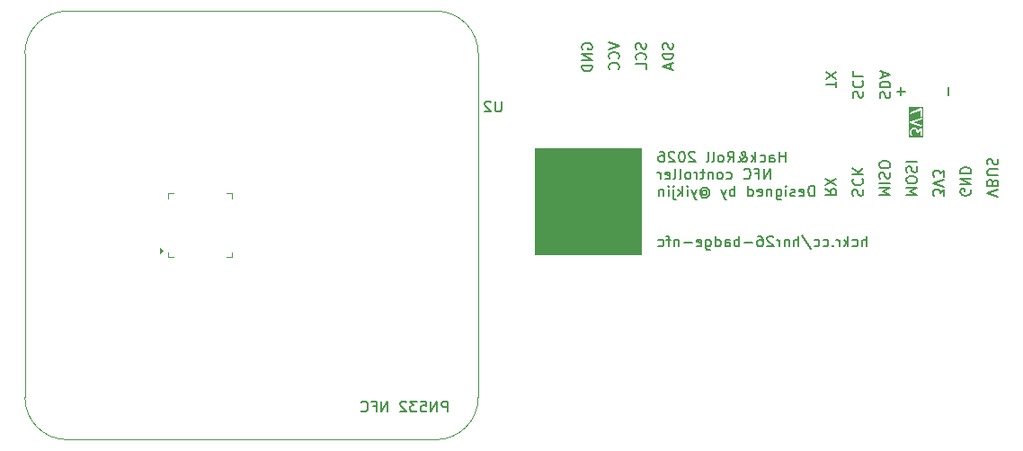
<source format=gbr>
%TF.GenerationSoftware,KiCad,Pcbnew,9.0.6*%
%TF.CreationDate,2025-12-26T01:47:04+08:00*%
%TF.ProjectId,hnr26-controller,686e7232-362d-4636-9f6e-74726f6c6c65,v0.0.6*%
%TF.SameCoordinates,Original*%
%TF.FileFunction,Legend,Bot*%
%TF.FilePolarity,Positive*%
%FSLAX46Y46*%
G04 Gerber Fmt 4.6, Leading zero omitted, Abs format (unit mm)*
G04 Created by KiCad (PCBNEW 9.0.6) date 2025-12-26 01:47:04*
%MOMM*%
%LPD*%
G01*
G04 APERTURE LIST*
%ADD10C,0.200000*%
%ADD11C,0.150000*%
%ADD12C,0.100000*%
%ADD13C,0.120000*%
G04 APERTURE END LIST*
D10*
X71964436Y26557725D02*
X71964436Y27557725D01*
X71964436Y27081535D02*
X71393008Y27081535D01*
X71393008Y26557725D02*
X71393008Y27557725D01*
X70488246Y26557725D02*
X70488246Y27081535D01*
X70488246Y27081535D02*
X70535865Y27176773D01*
X70535865Y27176773D02*
X70631103Y27224392D01*
X70631103Y27224392D02*
X70821579Y27224392D01*
X70821579Y27224392D02*
X70916817Y27176773D01*
X70488246Y26605344D02*
X70583484Y26557725D01*
X70583484Y26557725D02*
X70821579Y26557725D01*
X70821579Y26557725D02*
X70916817Y26605344D01*
X70916817Y26605344D02*
X70964436Y26700583D01*
X70964436Y26700583D02*
X70964436Y26795821D01*
X70964436Y26795821D02*
X70916817Y26891059D01*
X70916817Y26891059D02*
X70821579Y26938678D01*
X70821579Y26938678D02*
X70583484Y26938678D01*
X70583484Y26938678D02*
X70488246Y26986297D01*
X69583484Y26605344D02*
X69678722Y26557725D01*
X69678722Y26557725D02*
X69869198Y26557725D01*
X69869198Y26557725D02*
X69964436Y26605344D01*
X69964436Y26605344D02*
X70012055Y26652964D01*
X70012055Y26652964D02*
X70059674Y26748202D01*
X70059674Y26748202D02*
X70059674Y27033916D01*
X70059674Y27033916D02*
X70012055Y27129154D01*
X70012055Y27129154D02*
X69964436Y27176773D01*
X69964436Y27176773D02*
X69869198Y27224392D01*
X69869198Y27224392D02*
X69678722Y27224392D01*
X69678722Y27224392D02*
X69583484Y27176773D01*
X69154912Y26557725D02*
X69154912Y27557725D01*
X69059674Y26938678D02*
X68773960Y26557725D01*
X68773960Y27224392D02*
X69154912Y26843440D01*
X67535864Y26557725D02*
X67583484Y26557725D01*
X67583484Y26557725D02*
X67678722Y26605344D01*
X67678722Y26605344D02*
X67821579Y26748202D01*
X67821579Y26748202D02*
X68059674Y27033916D01*
X68059674Y27033916D02*
X68154912Y27176773D01*
X68154912Y27176773D02*
X68202531Y27319630D01*
X68202531Y27319630D02*
X68202531Y27414868D01*
X68202531Y27414868D02*
X68154912Y27510106D01*
X68154912Y27510106D02*
X68059674Y27557725D01*
X68059674Y27557725D02*
X68012055Y27557725D01*
X68012055Y27557725D02*
X67916817Y27510106D01*
X67916817Y27510106D02*
X67869198Y27414868D01*
X67869198Y27414868D02*
X67869198Y27367249D01*
X67869198Y27367249D02*
X67916817Y27272011D01*
X67916817Y27272011D02*
X67964436Y27224392D01*
X67964436Y27224392D02*
X68250150Y27033916D01*
X68250150Y27033916D02*
X68297769Y26986297D01*
X68297769Y26986297D02*
X68345388Y26891059D01*
X68345388Y26891059D02*
X68345388Y26748202D01*
X68345388Y26748202D02*
X68297769Y26652964D01*
X68297769Y26652964D02*
X68250150Y26605344D01*
X68250150Y26605344D02*
X68154912Y26557725D01*
X68154912Y26557725D02*
X68012055Y26557725D01*
X68012055Y26557725D02*
X67916817Y26605344D01*
X67916817Y26605344D02*
X67869198Y26652964D01*
X67869198Y26652964D02*
X67726341Y26843440D01*
X67726341Y26843440D02*
X67678722Y26986297D01*
X67678722Y26986297D02*
X67678722Y27081535D01*
X66535865Y26557725D02*
X66869198Y27033916D01*
X67107293Y26557725D02*
X67107293Y27557725D01*
X67107293Y27557725D02*
X66726341Y27557725D01*
X66726341Y27557725D02*
X66631103Y27510106D01*
X66631103Y27510106D02*
X66583484Y27462487D01*
X66583484Y27462487D02*
X66535865Y27367249D01*
X66535865Y27367249D02*
X66535865Y27224392D01*
X66535865Y27224392D02*
X66583484Y27129154D01*
X66583484Y27129154D02*
X66631103Y27081535D01*
X66631103Y27081535D02*
X66726341Y27033916D01*
X66726341Y27033916D02*
X67107293Y27033916D01*
X65964436Y26557725D02*
X66059674Y26605344D01*
X66059674Y26605344D02*
X66107293Y26652964D01*
X66107293Y26652964D02*
X66154912Y26748202D01*
X66154912Y26748202D02*
X66154912Y27033916D01*
X66154912Y27033916D02*
X66107293Y27129154D01*
X66107293Y27129154D02*
X66059674Y27176773D01*
X66059674Y27176773D02*
X65964436Y27224392D01*
X65964436Y27224392D02*
X65821579Y27224392D01*
X65821579Y27224392D02*
X65726341Y27176773D01*
X65726341Y27176773D02*
X65678722Y27129154D01*
X65678722Y27129154D02*
X65631103Y27033916D01*
X65631103Y27033916D02*
X65631103Y26748202D01*
X65631103Y26748202D02*
X65678722Y26652964D01*
X65678722Y26652964D02*
X65726341Y26605344D01*
X65726341Y26605344D02*
X65821579Y26557725D01*
X65821579Y26557725D02*
X65964436Y26557725D01*
X65059674Y26557725D02*
X65154912Y26605344D01*
X65154912Y26605344D02*
X65202531Y26700583D01*
X65202531Y26700583D02*
X65202531Y27557725D01*
X64535864Y26557725D02*
X64631102Y26605344D01*
X64631102Y26605344D02*
X64678721Y26700583D01*
X64678721Y26700583D02*
X64678721Y27557725D01*
X63440625Y27462487D02*
X63393006Y27510106D01*
X63393006Y27510106D02*
X63297768Y27557725D01*
X63297768Y27557725D02*
X63059673Y27557725D01*
X63059673Y27557725D02*
X62964435Y27510106D01*
X62964435Y27510106D02*
X62916816Y27462487D01*
X62916816Y27462487D02*
X62869197Y27367249D01*
X62869197Y27367249D02*
X62869197Y27272011D01*
X62869197Y27272011D02*
X62916816Y27129154D01*
X62916816Y27129154D02*
X63488244Y26557725D01*
X63488244Y26557725D02*
X62869197Y26557725D01*
X62250149Y27557725D02*
X62154911Y27557725D01*
X62154911Y27557725D02*
X62059673Y27510106D01*
X62059673Y27510106D02*
X62012054Y27462487D01*
X62012054Y27462487D02*
X61964435Y27367249D01*
X61964435Y27367249D02*
X61916816Y27176773D01*
X61916816Y27176773D02*
X61916816Y26938678D01*
X61916816Y26938678D02*
X61964435Y26748202D01*
X61964435Y26748202D02*
X62012054Y26652964D01*
X62012054Y26652964D02*
X62059673Y26605344D01*
X62059673Y26605344D02*
X62154911Y26557725D01*
X62154911Y26557725D02*
X62250149Y26557725D01*
X62250149Y26557725D02*
X62345387Y26605344D01*
X62345387Y26605344D02*
X62393006Y26652964D01*
X62393006Y26652964D02*
X62440625Y26748202D01*
X62440625Y26748202D02*
X62488244Y26938678D01*
X62488244Y26938678D02*
X62488244Y27176773D01*
X62488244Y27176773D02*
X62440625Y27367249D01*
X62440625Y27367249D02*
X62393006Y27462487D01*
X62393006Y27462487D02*
X62345387Y27510106D01*
X62345387Y27510106D02*
X62250149Y27557725D01*
X61535863Y27462487D02*
X61488244Y27510106D01*
X61488244Y27510106D02*
X61393006Y27557725D01*
X61393006Y27557725D02*
X61154911Y27557725D01*
X61154911Y27557725D02*
X61059673Y27510106D01*
X61059673Y27510106D02*
X61012054Y27462487D01*
X61012054Y27462487D02*
X60964435Y27367249D01*
X60964435Y27367249D02*
X60964435Y27272011D01*
X60964435Y27272011D02*
X61012054Y27129154D01*
X61012054Y27129154D02*
X61583482Y26557725D01*
X61583482Y26557725D02*
X60964435Y26557725D01*
X60107292Y27557725D02*
X60297768Y27557725D01*
X60297768Y27557725D02*
X60393006Y27510106D01*
X60393006Y27510106D02*
X60440625Y27462487D01*
X60440625Y27462487D02*
X60535863Y27319630D01*
X60535863Y27319630D02*
X60583482Y27129154D01*
X60583482Y27129154D02*
X60583482Y26748202D01*
X60583482Y26748202D02*
X60535863Y26652964D01*
X60535863Y26652964D02*
X60488244Y26605344D01*
X60488244Y26605344D02*
X60393006Y26557725D01*
X60393006Y26557725D02*
X60202530Y26557725D01*
X60202530Y26557725D02*
X60107292Y26605344D01*
X60107292Y26605344D02*
X60059673Y26652964D01*
X60059673Y26652964D02*
X60012054Y26748202D01*
X60012054Y26748202D02*
X60012054Y26986297D01*
X60012054Y26986297D02*
X60059673Y27081535D01*
X60059673Y27081535D02*
X60107292Y27129154D01*
X60107292Y27129154D02*
X60202530Y27176773D01*
X60202530Y27176773D02*
X60393006Y27176773D01*
X60393006Y27176773D02*
X60488244Y27129154D01*
X60488244Y27129154D02*
X60535863Y27081535D01*
X60535863Y27081535D02*
X60583482Y26986297D01*
X70535866Y24947781D02*
X70535866Y25947781D01*
X70535866Y25947781D02*
X69964438Y24947781D01*
X69964438Y24947781D02*
X69964438Y25947781D01*
X69154914Y25471591D02*
X69488247Y25471591D01*
X69488247Y24947781D02*
X69488247Y25947781D01*
X69488247Y25947781D02*
X69012057Y25947781D01*
X68059676Y25043020D02*
X68107295Y24995400D01*
X68107295Y24995400D02*
X68250152Y24947781D01*
X68250152Y24947781D02*
X68345390Y24947781D01*
X68345390Y24947781D02*
X68488247Y24995400D01*
X68488247Y24995400D02*
X68583485Y25090639D01*
X68583485Y25090639D02*
X68631104Y25185877D01*
X68631104Y25185877D02*
X68678723Y25376353D01*
X68678723Y25376353D02*
X68678723Y25519210D01*
X68678723Y25519210D02*
X68631104Y25709686D01*
X68631104Y25709686D02*
X68583485Y25804924D01*
X68583485Y25804924D02*
X68488247Y25900162D01*
X68488247Y25900162D02*
X68345390Y25947781D01*
X68345390Y25947781D02*
X68250152Y25947781D01*
X68250152Y25947781D02*
X68107295Y25900162D01*
X68107295Y25900162D02*
X68059676Y25852543D01*
X66440628Y24995400D02*
X66535866Y24947781D01*
X66535866Y24947781D02*
X66726342Y24947781D01*
X66726342Y24947781D02*
X66821580Y24995400D01*
X66821580Y24995400D02*
X66869199Y25043020D01*
X66869199Y25043020D02*
X66916818Y25138258D01*
X66916818Y25138258D02*
X66916818Y25423972D01*
X66916818Y25423972D02*
X66869199Y25519210D01*
X66869199Y25519210D02*
X66821580Y25566829D01*
X66821580Y25566829D02*
X66726342Y25614448D01*
X66726342Y25614448D02*
X66535866Y25614448D01*
X66535866Y25614448D02*
X66440628Y25566829D01*
X65869199Y24947781D02*
X65964437Y24995400D01*
X65964437Y24995400D02*
X66012056Y25043020D01*
X66012056Y25043020D02*
X66059675Y25138258D01*
X66059675Y25138258D02*
X66059675Y25423972D01*
X66059675Y25423972D02*
X66012056Y25519210D01*
X66012056Y25519210D02*
X65964437Y25566829D01*
X65964437Y25566829D02*
X65869199Y25614448D01*
X65869199Y25614448D02*
X65726342Y25614448D01*
X65726342Y25614448D02*
X65631104Y25566829D01*
X65631104Y25566829D02*
X65583485Y25519210D01*
X65583485Y25519210D02*
X65535866Y25423972D01*
X65535866Y25423972D02*
X65535866Y25138258D01*
X65535866Y25138258D02*
X65583485Y25043020D01*
X65583485Y25043020D02*
X65631104Y24995400D01*
X65631104Y24995400D02*
X65726342Y24947781D01*
X65726342Y24947781D02*
X65869199Y24947781D01*
X65107294Y25614448D02*
X65107294Y24947781D01*
X65107294Y25519210D02*
X65059675Y25566829D01*
X65059675Y25566829D02*
X64964437Y25614448D01*
X64964437Y25614448D02*
X64821580Y25614448D01*
X64821580Y25614448D02*
X64726342Y25566829D01*
X64726342Y25566829D02*
X64678723Y25471591D01*
X64678723Y25471591D02*
X64678723Y24947781D01*
X64345389Y25614448D02*
X63964437Y25614448D01*
X64202532Y25947781D02*
X64202532Y25090639D01*
X64202532Y25090639D02*
X64154913Y24995400D01*
X64154913Y24995400D02*
X64059675Y24947781D01*
X64059675Y24947781D02*
X63964437Y24947781D01*
X63631103Y24947781D02*
X63631103Y25614448D01*
X63631103Y25423972D02*
X63583484Y25519210D01*
X63583484Y25519210D02*
X63535865Y25566829D01*
X63535865Y25566829D02*
X63440627Y25614448D01*
X63440627Y25614448D02*
X63345389Y25614448D01*
X62869198Y24947781D02*
X62964436Y24995400D01*
X62964436Y24995400D02*
X63012055Y25043020D01*
X63012055Y25043020D02*
X63059674Y25138258D01*
X63059674Y25138258D02*
X63059674Y25423972D01*
X63059674Y25423972D02*
X63012055Y25519210D01*
X63012055Y25519210D02*
X62964436Y25566829D01*
X62964436Y25566829D02*
X62869198Y25614448D01*
X62869198Y25614448D02*
X62726341Y25614448D01*
X62726341Y25614448D02*
X62631103Y25566829D01*
X62631103Y25566829D02*
X62583484Y25519210D01*
X62583484Y25519210D02*
X62535865Y25423972D01*
X62535865Y25423972D02*
X62535865Y25138258D01*
X62535865Y25138258D02*
X62583484Y25043020D01*
X62583484Y25043020D02*
X62631103Y24995400D01*
X62631103Y24995400D02*
X62726341Y24947781D01*
X62726341Y24947781D02*
X62869198Y24947781D01*
X61964436Y24947781D02*
X62059674Y24995400D01*
X62059674Y24995400D02*
X62107293Y25090639D01*
X62107293Y25090639D02*
X62107293Y25947781D01*
X61440626Y24947781D02*
X61535864Y24995400D01*
X61535864Y24995400D02*
X61583483Y25090639D01*
X61583483Y25090639D02*
X61583483Y25947781D01*
X60678721Y24995400D02*
X60773959Y24947781D01*
X60773959Y24947781D02*
X60964435Y24947781D01*
X60964435Y24947781D02*
X61059673Y24995400D01*
X61059673Y24995400D02*
X61107292Y25090639D01*
X61107292Y25090639D02*
X61107292Y25471591D01*
X61107292Y25471591D02*
X61059673Y25566829D01*
X61059673Y25566829D02*
X60964435Y25614448D01*
X60964435Y25614448D02*
X60773959Y25614448D01*
X60773959Y25614448D02*
X60678721Y25566829D01*
X60678721Y25566829D02*
X60631102Y25471591D01*
X60631102Y25471591D02*
X60631102Y25376353D01*
X60631102Y25376353D02*
X61107292Y25281115D01*
X60202530Y24947781D02*
X60202530Y25614448D01*
X60202530Y25423972D02*
X60154911Y25519210D01*
X60154911Y25519210D02*
X60107292Y25566829D01*
X60107292Y25566829D02*
X60012054Y25614448D01*
X60012054Y25614448D02*
X59916816Y25614448D01*
X74678720Y23337837D02*
X74678720Y24337837D01*
X74678720Y24337837D02*
X74440625Y24337837D01*
X74440625Y24337837D02*
X74297768Y24290218D01*
X74297768Y24290218D02*
X74202530Y24194980D01*
X74202530Y24194980D02*
X74154911Y24099742D01*
X74154911Y24099742D02*
X74107292Y23909266D01*
X74107292Y23909266D02*
X74107292Y23766409D01*
X74107292Y23766409D02*
X74154911Y23575933D01*
X74154911Y23575933D02*
X74202530Y23480695D01*
X74202530Y23480695D02*
X74297768Y23385456D01*
X74297768Y23385456D02*
X74440625Y23337837D01*
X74440625Y23337837D02*
X74678720Y23337837D01*
X73297768Y23385456D02*
X73393006Y23337837D01*
X73393006Y23337837D02*
X73583482Y23337837D01*
X73583482Y23337837D02*
X73678720Y23385456D01*
X73678720Y23385456D02*
X73726339Y23480695D01*
X73726339Y23480695D02*
X73726339Y23861647D01*
X73726339Y23861647D02*
X73678720Y23956885D01*
X73678720Y23956885D02*
X73583482Y24004504D01*
X73583482Y24004504D02*
X73393006Y24004504D01*
X73393006Y24004504D02*
X73297768Y23956885D01*
X73297768Y23956885D02*
X73250149Y23861647D01*
X73250149Y23861647D02*
X73250149Y23766409D01*
X73250149Y23766409D02*
X73726339Y23671171D01*
X72869196Y23385456D02*
X72773958Y23337837D01*
X72773958Y23337837D02*
X72583482Y23337837D01*
X72583482Y23337837D02*
X72488244Y23385456D01*
X72488244Y23385456D02*
X72440625Y23480695D01*
X72440625Y23480695D02*
X72440625Y23528314D01*
X72440625Y23528314D02*
X72488244Y23623552D01*
X72488244Y23623552D02*
X72583482Y23671171D01*
X72583482Y23671171D02*
X72726339Y23671171D01*
X72726339Y23671171D02*
X72821577Y23718790D01*
X72821577Y23718790D02*
X72869196Y23814028D01*
X72869196Y23814028D02*
X72869196Y23861647D01*
X72869196Y23861647D02*
X72821577Y23956885D01*
X72821577Y23956885D02*
X72726339Y24004504D01*
X72726339Y24004504D02*
X72583482Y24004504D01*
X72583482Y24004504D02*
X72488244Y23956885D01*
X72012053Y23337837D02*
X72012053Y24004504D01*
X72012053Y24337837D02*
X72059672Y24290218D01*
X72059672Y24290218D02*
X72012053Y24242599D01*
X72012053Y24242599D02*
X71964434Y24290218D01*
X71964434Y24290218D02*
X72012053Y24337837D01*
X72012053Y24337837D02*
X72012053Y24242599D01*
X71107292Y24004504D02*
X71107292Y23194980D01*
X71107292Y23194980D02*
X71154911Y23099742D01*
X71154911Y23099742D02*
X71202530Y23052123D01*
X71202530Y23052123D02*
X71297768Y23004504D01*
X71297768Y23004504D02*
X71440625Y23004504D01*
X71440625Y23004504D02*
X71535863Y23052123D01*
X71107292Y23385456D02*
X71202530Y23337837D01*
X71202530Y23337837D02*
X71393006Y23337837D01*
X71393006Y23337837D02*
X71488244Y23385456D01*
X71488244Y23385456D02*
X71535863Y23433076D01*
X71535863Y23433076D02*
X71583482Y23528314D01*
X71583482Y23528314D02*
X71583482Y23814028D01*
X71583482Y23814028D02*
X71535863Y23909266D01*
X71535863Y23909266D02*
X71488244Y23956885D01*
X71488244Y23956885D02*
X71393006Y24004504D01*
X71393006Y24004504D02*
X71202530Y24004504D01*
X71202530Y24004504D02*
X71107292Y23956885D01*
X70631101Y24004504D02*
X70631101Y23337837D01*
X70631101Y23909266D02*
X70583482Y23956885D01*
X70583482Y23956885D02*
X70488244Y24004504D01*
X70488244Y24004504D02*
X70345387Y24004504D01*
X70345387Y24004504D02*
X70250149Y23956885D01*
X70250149Y23956885D02*
X70202530Y23861647D01*
X70202530Y23861647D02*
X70202530Y23337837D01*
X69345387Y23385456D02*
X69440625Y23337837D01*
X69440625Y23337837D02*
X69631101Y23337837D01*
X69631101Y23337837D02*
X69726339Y23385456D01*
X69726339Y23385456D02*
X69773958Y23480695D01*
X69773958Y23480695D02*
X69773958Y23861647D01*
X69773958Y23861647D02*
X69726339Y23956885D01*
X69726339Y23956885D02*
X69631101Y24004504D01*
X69631101Y24004504D02*
X69440625Y24004504D01*
X69440625Y24004504D02*
X69345387Y23956885D01*
X69345387Y23956885D02*
X69297768Y23861647D01*
X69297768Y23861647D02*
X69297768Y23766409D01*
X69297768Y23766409D02*
X69773958Y23671171D01*
X68440625Y23337837D02*
X68440625Y24337837D01*
X68440625Y23385456D02*
X68535863Y23337837D01*
X68535863Y23337837D02*
X68726339Y23337837D01*
X68726339Y23337837D02*
X68821577Y23385456D01*
X68821577Y23385456D02*
X68869196Y23433076D01*
X68869196Y23433076D02*
X68916815Y23528314D01*
X68916815Y23528314D02*
X68916815Y23814028D01*
X68916815Y23814028D02*
X68869196Y23909266D01*
X68869196Y23909266D02*
X68821577Y23956885D01*
X68821577Y23956885D02*
X68726339Y24004504D01*
X68726339Y24004504D02*
X68535863Y24004504D01*
X68535863Y24004504D02*
X68440625Y23956885D01*
X67202529Y23337837D02*
X67202529Y24337837D01*
X67202529Y23956885D02*
X67107291Y24004504D01*
X67107291Y24004504D02*
X66916815Y24004504D01*
X66916815Y24004504D02*
X66821577Y23956885D01*
X66821577Y23956885D02*
X66773958Y23909266D01*
X66773958Y23909266D02*
X66726339Y23814028D01*
X66726339Y23814028D02*
X66726339Y23528314D01*
X66726339Y23528314D02*
X66773958Y23433076D01*
X66773958Y23433076D02*
X66821577Y23385456D01*
X66821577Y23385456D02*
X66916815Y23337837D01*
X66916815Y23337837D02*
X67107291Y23337837D01*
X67107291Y23337837D02*
X67202529Y23385456D01*
X66393005Y24004504D02*
X66154910Y23337837D01*
X65916815Y24004504D02*
X66154910Y23337837D01*
X66154910Y23337837D02*
X66250148Y23099742D01*
X66250148Y23099742D02*
X66297767Y23052123D01*
X66297767Y23052123D02*
X66393005Y23004504D01*
X64154910Y23814028D02*
X64202529Y23861647D01*
X64202529Y23861647D02*
X64297767Y23909266D01*
X64297767Y23909266D02*
X64393005Y23909266D01*
X64393005Y23909266D02*
X64488243Y23861647D01*
X64488243Y23861647D02*
X64535862Y23814028D01*
X64535862Y23814028D02*
X64583481Y23718790D01*
X64583481Y23718790D02*
X64583481Y23623552D01*
X64583481Y23623552D02*
X64535862Y23528314D01*
X64535862Y23528314D02*
X64488243Y23480695D01*
X64488243Y23480695D02*
X64393005Y23433076D01*
X64393005Y23433076D02*
X64297767Y23433076D01*
X64297767Y23433076D02*
X64202529Y23480695D01*
X64202529Y23480695D02*
X64154910Y23528314D01*
X64154910Y23909266D02*
X64154910Y23528314D01*
X64154910Y23528314D02*
X64107291Y23480695D01*
X64107291Y23480695D02*
X64059672Y23480695D01*
X64059672Y23480695D02*
X63964433Y23528314D01*
X63964433Y23528314D02*
X63916814Y23623552D01*
X63916814Y23623552D02*
X63916814Y23861647D01*
X63916814Y23861647D02*
X64012053Y24004504D01*
X64012053Y24004504D02*
X64154910Y24099742D01*
X64154910Y24099742D02*
X64345386Y24147361D01*
X64345386Y24147361D02*
X64535862Y24099742D01*
X64535862Y24099742D02*
X64678719Y24004504D01*
X64678719Y24004504D02*
X64773957Y23861647D01*
X64773957Y23861647D02*
X64821576Y23671171D01*
X64821576Y23671171D02*
X64773957Y23480695D01*
X64773957Y23480695D02*
X64678719Y23337837D01*
X64678719Y23337837D02*
X64535862Y23242599D01*
X64535862Y23242599D02*
X64345386Y23194980D01*
X64345386Y23194980D02*
X64154910Y23242599D01*
X64154910Y23242599D02*
X64012053Y23337837D01*
X63583481Y24004504D02*
X63345386Y23337837D01*
X63107291Y24004504D02*
X63345386Y23337837D01*
X63345386Y23337837D02*
X63440624Y23099742D01*
X63440624Y23099742D02*
X63488243Y23052123D01*
X63488243Y23052123D02*
X63583481Y23004504D01*
X62726338Y23337837D02*
X62726338Y24004504D01*
X62726338Y24337837D02*
X62773957Y24290218D01*
X62773957Y24290218D02*
X62726338Y24242599D01*
X62726338Y24242599D02*
X62678719Y24290218D01*
X62678719Y24290218D02*
X62726338Y24337837D01*
X62726338Y24337837D02*
X62726338Y24242599D01*
X62250148Y23337837D02*
X62250148Y24337837D01*
X62154910Y23718790D02*
X61869196Y23337837D01*
X61869196Y24004504D02*
X62250148Y23623552D01*
X61440624Y24004504D02*
X61440624Y23147361D01*
X61440624Y23147361D02*
X61488243Y23052123D01*
X61488243Y23052123D02*
X61583481Y23004504D01*
X61583481Y23004504D02*
X61631100Y23004504D01*
X61440624Y24337837D02*
X61488243Y24290218D01*
X61488243Y24290218D02*
X61440624Y24242599D01*
X61440624Y24242599D02*
X61393005Y24290218D01*
X61393005Y24290218D02*
X61440624Y24337837D01*
X61440624Y24337837D02*
X61440624Y24242599D01*
X60964434Y23337837D02*
X60964434Y24004504D01*
X60964434Y24337837D02*
X61012053Y24290218D01*
X61012053Y24290218D02*
X60964434Y24242599D01*
X60964434Y24242599D02*
X60916815Y24290218D01*
X60916815Y24290218D02*
X60964434Y24337837D01*
X60964434Y24337837D02*
X60964434Y24242599D01*
X60488244Y24004504D02*
X60488244Y23337837D01*
X60488244Y23909266D02*
X60440625Y23956885D01*
X60440625Y23956885D02*
X60345387Y24004504D01*
X60345387Y24004504D02*
X60202530Y24004504D01*
X60202530Y24004504D02*
X60107292Y23956885D01*
X60107292Y23956885D02*
X60059673Y23861647D01*
X60059673Y23861647D02*
X60059673Y23337837D01*
X79631103Y18597781D02*
X79631103Y19597781D01*
X79202532Y18597781D02*
X79202532Y19121591D01*
X79202532Y19121591D02*
X79250151Y19216829D01*
X79250151Y19216829D02*
X79345389Y19264448D01*
X79345389Y19264448D02*
X79488246Y19264448D01*
X79488246Y19264448D02*
X79583484Y19216829D01*
X79583484Y19216829D02*
X79631103Y19169210D01*
X78297770Y18645400D02*
X78393008Y18597781D01*
X78393008Y18597781D02*
X78583484Y18597781D01*
X78583484Y18597781D02*
X78678722Y18645400D01*
X78678722Y18645400D02*
X78726341Y18693020D01*
X78726341Y18693020D02*
X78773960Y18788258D01*
X78773960Y18788258D02*
X78773960Y19073972D01*
X78773960Y19073972D02*
X78726341Y19169210D01*
X78726341Y19169210D02*
X78678722Y19216829D01*
X78678722Y19216829D02*
X78583484Y19264448D01*
X78583484Y19264448D02*
X78393008Y19264448D01*
X78393008Y19264448D02*
X78297770Y19216829D01*
X77869198Y18597781D02*
X77869198Y19597781D01*
X77773960Y18978734D02*
X77488246Y18597781D01*
X77488246Y19264448D02*
X77869198Y18883496D01*
X77059674Y18597781D02*
X77059674Y19264448D01*
X77059674Y19073972D02*
X77012055Y19169210D01*
X77012055Y19169210D02*
X76964436Y19216829D01*
X76964436Y19216829D02*
X76869198Y19264448D01*
X76869198Y19264448D02*
X76773960Y19264448D01*
X76440626Y18693020D02*
X76393007Y18645400D01*
X76393007Y18645400D02*
X76440626Y18597781D01*
X76440626Y18597781D02*
X76488245Y18645400D01*
X76488245Y18645400D02*
X76440626Y18693020D01*
X76440626Y18693020D02*
X76440626Y18597781D01*
X75535865Y18645400D02*
X75631103Y18597781D01*
X75631103Y18597781D02*
X75821579Y18597781D01*
X75821579Y18597781D02*
X75916817Y18645400D01*
X75916817Y18645400D02*
X75964436Y18693020D01*
X75964436Y18693020D02*
X76012055Y18788258D01*
X76012055Y18788258D02*
X76012055Y19073972D01*
X76012055Y19073972D02*
X75964436Y19169210D01*
X75964436Y19169210D02*
X75916817Y19216829D01*
X75916817Y19216829D02*
X75821579Y19264448D01*
X75821579Y19264448D02*
X75631103Y19264448D01*
X75631103Y19264448D02*
X75535865Y19216829D01*
X74678722Y18645400D02*
X74773960Y18597781D01*
X74773960Y18597781D02*
X74964436Y18597781D01*
X74964436Y18597781D02*
X75059674Y18645400D01*
X75059674Y18645400D02*
X75107293Y18693020D01*
X75107293Y18693020D02*
X75154912Y18788258D01*
X75154912Y18788258D02*
X75154912Y19073972D01*
X75154912Y19073972D02*
X75107293Y19169210D01*
X75107293Y19169210D02*
X75059674Y19216829D01*
X75059674Y19216829D02*
X74964436Y19264448D01*
X74964436Y19264448D02*
X74773960Y19264448D01*
X74773960Y19264448D02*
X74678722Y19216829D01*
X73535865Y19645400D02*
X74393007Y18359686D01*
X73202531Y18597781D02*
X73202531Y19597781D01*
X72773960Y18597781D02*
X72773960Y19121591D01*
X72773960Y19121591D02*
X72821579Y19216829D01*
X72821579Y19216829D02*
X72916817Y19264448D01*
X72916817Y19264448D02*
X73059674Y19264448D01*
X73059674Y19264448D02*
X73154912Y19216829D01*
X73154912Y19216829D02*
X73202531Y19169210D01*
X72297769Y19264448D02*
X72297769Y18597781D01*
X72297769Y19169210D02*
X72250150Y19216829D01*
X72250150Y19216829D02*
X72154912Y19264448D01*
X72154912Y19264448D02*
X72012055Y19264448D01*
X72012055Y19264448D02*
X71916817Y19216829D01*
X71916817Y19216829D02*
X71869198Y19121591D01*
X71869198Y19121591D02*
X71869198Y18597781D01*
X71393007Y18597781D02*
X71393007Y19264448D01*
X71393007Y19073972D02*
X71345388Y19169210D01*
X71345388Y19169210D02*
X71297769Y19216829D01*
X71297769Y19216829D02*
X71202531Y19264448D01*
X71202531Y19264448D02*
X71107293Y19264448D01*
X70821578Y19502543D02*
X70773959Y19550162D01*
X70773959Y19550162D02*
X70678721Y19597781D01*
X70678721Y19597781D02*
X70440626Y19597781D01*
X70440626Y19597781D02*
X70345388Y19550162D01*
X70345388Y19550162D02*
X70297769Y19502543D01*
X70297769Y19502543D02*
X70250150Y19407305D01*
X70250150Y19407305D02*
X70250150Y19312067D01*
X70250150Y19312067D02*
X70297769Y19169210D01*
X70297769Y19169210D02*
X70869197Y18597781D01*
X70869197Y18597781D02*
X70250150Y18597781D01*
X69393007Y19597781D02*
X69583483Y19597781D01*
X69583483Y19597781D02*
X69678721Y19550162D01*
X69678721Y19550162D02*
X69726340Y19502543D01*
X69726340Y19502543D02*
X69821578Y19359686D01*
X69821578Y19359686D02*
X69869197Y19169210D01*
X69869197Y19169210D02*
X69869197Y18788258D01*
X69869197Y18788258D02*
X69821578Y18693020D01*
X69821578Y18693020D02*
X69773959Y18645400D01*
X69773959Y18645400D02*
X69678721Y18597781D01*
X69678721Y18597781D02*
X69488245Y18597781D01*
X69488245Y18597781D02*
X69393007Y18645400D01*
X69393007Y18645400D02*
X69345388Y18693020D01*
X69345388Y18693020D02*
X69297769Y18788258D01*
X69297769Y18788258D02*
X69297769Y19026353D01*
X69297769Y19026353D02*
X69345388Y19121591D01*
X69345388Y19121591D02*
X69393007Y19169210D01*
X69393007Y19169210D02*
X69488245Y19216829D01*
X69488245Y19216829D02*
X69678721Y19216829D01*
X69678721Y19216829D02*
X69773959Y19169210D01*
X69773959Y19169210D02*
X69821578Y19121591D01*
X69821578Y19121591D02*
X69869197Y19026353D01*
X68869197Y18978734D02*
X68107293Y18978734D01*
X67631102Y18597781D02*
X67631102Y19597781D01*
X67631102Y19216829D02*
X67535864Y19264448D01*
X67535864Y19264448D02*
X67345388Y19264448D01*
X67345388Y19264448D02*
X67250150Y19216829D01*
X67250150Y19216829D02*
X67202531Y19169210D01*
X67202531Y19169210D02*
X67154912Y19073972D01*
X67154912Y19073972D02*
X67154912Y18788258D01*
X67154912Y18788258D02*
X67202531Y18693020D01*
X67202531Y18693020D02*
X67250150Y18645400D01*
X67250150Y18645400D02*
X67345388Y18597781D01*
X67345388Y18597781D02*
X67535864Y18597781D01*
X67535864Y18597781D02*
X67631102Y18645400D01*
X66297769Y18597781D02*
X66297769Y19121591D01*
X66297769Y19121591D02*
X66345388Y19216829D01*
X66345388Y19216829D02*
X66440626Y19264448D01*
X66440626Y19264448D02*
X66631102Y19264448D01*
X66631102Y19264448D02*
X66726340Y19216829D01*
X66297769Y18645400D02*
X66393007Y18597781D01*
X66393007Y18597781D02*
X66631102Y18597781D01*
X66631102Y18597781D02*
X66726340Y18645400D01*
X66726340Y18645400D02*
X66773959Y18740639D01*
X66773959Y18740639D02*
X66773959Y18835877D01*
X66773959Y18835877D02*
X66726340Y18931115D01*
X66726340Y18931115D02*
X66631102Y18978734D01*
X66631102Y18978734D02*
X66393007Y18978734D01*
X66393007Y18978734D02*
X66297769Y19026353D01*
X65393007Y18597781D02*
X65393007Y19597781D01*
X65393007Y18645400D02*
X65488245Y18597781D01*
X65488245Y18597781D02*
X65678721Y18597781D01*
X65678721Y18597781D02*
X65773959Y18645400D01*
X65773959Y18645400D02*
X65821578Y18693020D01*
X65821578Y18693020D02*
X65869197Y18788258D01*
X65869197Y18788258D02*
X65869197Y19073972D01*
X65869197Y19073972D02*
X65821578Y19169210D01*
X65821578Y19169210D02*
X65773959Y19216829D01*
X65773959Y19216829D02*
X65678721Y19264448D01*
X65678721Y19264448D02*
X65488245Y19264448D01*
X65488245Y19264448D02*
X65393007Y19216829D01*
X64488245Y19264448D02*
X64488245Y18454924D01*
X64488245Y18454924D02*
X64535864Y18359686D01*
X64535864Y18359686D02*
X64583483Y18312067D01*
X64583483Y18312067D02*
X64678721Y18264448D01*
X64678721Y18264448D02*
X64821578Y18264448D01*
X64821578Y18264448D02*
X64916816Y18312067D01*
X64488245Y18645400D02*
X64583483Y18597781D01*
X64583483Y18597781D02*
X64773959Y18597781D01*
X64773959Y18597781D02*
X64869197Y18645400D01*
X64869197Y18645400D02*
X64916816Y18693020D01*
X64916816Y18693020D02*
X64964435Y18788258D01*
X64964435Y18788258D02*
X64964435Y19073972D01*
X64964435Y19073972D02*
X64916816Y19169210D01*
X64916816Y19169210D02*
X64869197Y19216829D01*
X64869197Y19216829D02*
X64773959Y19264448D01*
X64773959Y19264448D02*
X64583483Y19264448D01*
X64583483Y19264448D02*
X64488245Y19216829D01*
X63631102Y18645400D02*
X63726340Y18597781D01*
X63726340Y18597781D02*
X63916816Y18597781D01*
X63916816Y18597781D02*
X64012054Y18645400D01*
X64012054Y18645400D02*
X64059673Y18740639D01*
X64059673Y18740639D02*
X64059673Y19121591D01*
X64059673Y19121591D02*
X64012054Y19216829D01*
X64012054Y19216829D02*
X63916816Y19264448D01*
X63916816Y19264448D02*
X63726340Y19264448D01*
X63726340Y19264448D02*
X63631102Y19216829D01*
X63631102Y19216829D02*
X63583483Y19121591D01*
X63583483Y19121591D02*
X63583483Y19026353D01*
X63583483Y19026353D02*
X64059673Y18931115D01*
X63154911Y18978734D02*
X62393007Y18978734D01*
X61916816Y19264448D02*
X61916816Y18597781D01*
X61916816Y19169210D02*
X61869197Y19216829D01*
X61869197Y19216829D02*
X61773959Y19264448D01*
X61773959Y19264448D02*
X61631102Y19264448D01*
X61631102Y19264448D02*
X61535864Y19216829D01*
X61535864Y19216829D02*
X61488245Y19121591D01*
X61488245Y19121591D02*
X61488245Y18597781D01*
X61154911Y19264448D02*
X60773959Y19264448D01*
X61012054Y18597781D02*
X61012054Y19454924D01*
X61012054Y19454924D02*
X60964435Y19550162D01*
X60964435Y19550162D02*
X60869197Y19597781D01*
X60869197Y19597781D02*
X60773959Y19597781D01*
X60012054Y18645400D02*
X60107292Y18597781D01*
X60107292Y18597781D02*
X60297768Y18597781D01*
X60297768Y18597781D02*
X60393006Y18645400D01*
X60393006Y18645400D02*
X60440625Y18693020D01*
X60440625Y18693020D02*
X60488244Y18788258D01*
X60488244Y18788258D02*
X60488244Y19073972D01*
X60488244Y19073972D02*
X60440625Y19169210D01*
X60440625Y19169210D02*
X60393006Y19216829D01*
X60393006Y19216829D02*
X60297768Y19264448D01*
X60297768Y19264448D02*
X60107292Y19264448D01*
X60107292Y19264448D02*
X60012054Y19216829D01*
D11*
X91985180Y23303923D02*
X90985180Y23637256D01*
X90985180Y23637256D02*
X91985180Y23970589D01*
X91508990Y24637256D02*
X91461371Y24780113D01*
X91461371Y24780113D02*
X91413752Y24827732D01*
X91413752Y24827732D02*
X91318514Y24875351D01*
X91318514Y24875351D02*
X91175657Y24875351D01*
X91175657Y24875351D02*
X91080419Y24827732D01*
X91080419Y24827732D02*
X91032800Y24780113D01*
X91032800Y24780113D02*
X90985180Y24684875D01*
X90985180Y24684875D02*
X90985180Y24303923D01*
X90985180Y24303923D02*
X91985180Y24303923D01*
X91985180Y24303923D02*
X91985180Y24637256D01*
X91985180Y24637256D02*
X91937561Y24732494D01*
X91937561Y24732494D02*
X91889942Y24780113D01*
X91889942Y24780113D02*
X91794704Y24827732D01*
X91794704Y24827732D02*
X91699466Y24827732D01*
X91699466Y24827732D02*
X91604228Y24780113D01*
X91604228Y24780113D02*
X91556609Y24732494D01*
X91556609Y24732494D02*
X91508990Y24637256D01*
X91508990Y24637256D02*
X91508990Y24303923D01*
X91985180Y25303923D02*
X91175657Y25303923D01*
X91175657Y25303923D02*
X91080419Y25351542D01*
X91080419Y25351542D02*
X91032800Y25399161D01*
X91032800Y25399161D02*
X90985180Y25494399D01*
X90985180Y25494399D02*
X90985180Y25684875D01*
X90985180Y25684875D02*
X91032800Y25780113D01*
X91032800Y25780113D02*
X91080419Y25827732D01*
X91080419Y25827732D02*
X91175657Y25875351D01*
X91175657Y25875351D02*
X91985180Y25875351D01*
X91032800Y26303923D02*
X90985180Y26446780D01*
X90985180Y26446780D02*
X90985180Y26684875D01*
X90985180Y26684875D02*
X91032800Y26780113D01*
X91032800Y26780113D02*
X91080419Y26827732D01*
X91080419Y26827732D02*
X91175657Y26875351D01*
X91175657Y26875351D02*
X91270895Y26875351D01*
X91270895Y26875351D02*
X91366133Y26827732D01*
X91366133Y26827732D02*
X91413752Y26780113D01*
X91413752Y26780113D02*
X91461371Y26684875D01*
X91461371Y26684875D02*
X91508990Y26494399D01*
X91508990Y26494399D02*
X91556609Y26399161D01*
X91556609Y26399161D02*
X91604228Y26351542D01*
X91604228Y26351542D02*
X91699466Y26303923D01*
X91699466Y26303923D02*
X91794704Y26303923D01*
X91794704Y26303923D02*
X91889942Y26351542D01*
X91889942Y26351542D02*
X91937561Y26399161D01*
X91937561Y26399161D02*
X91985180Y26494399D01*
X91985180Y26494399D02*
X91985180Y26732494D01*
X91985180Y26732494D02*
X91937561Y26875351D01*
G36*
X84951291Y28907599D02*
G01*
X83579069Y28907599D01*
X83579069Y29520840D01*
X83690180Y29520840D01*
X83690180Y29235126D01*
X83691621Y29220494D01*
X83692651Y29218006D01*
X83692843Y29215316D01*
X83698098Y29201584D01*
X83745718Y29106346D01*
X83749683Y29100048D01*
X83750440Y29098220D01*
X83752128Y29096163D01*
X83753551Y29093903D01*
X83755049Y29092604D01*
X83759767Y29086855D01*
X83807386Y29039236D01*
X83818751Y29029909D01*
X83845787Y29018710D01*
X83875050Y29018710D01*
X83902086Y29029909D01*
X83922779Y29050602D01*
X83933978Y29077638D01*
X83933978Y29106901D01*
X83922779Y29133937D01*
X83913452Y29145302D01*
X83874438Y29184316D01*
X83840180Y29252833D01*
X83840180Y29503134D01*
X83874438Y29571651D01*
X83904846Y29602058D01*
X83973362Y29636316D01*
X84176047Y29636316D01*
X84244563Y29602058D01*
X84274970Y29571651D01*
X84309228Y29503135D01*
X84309228Y29377983D01*
X84309990Y29370245D01*
X84309859Y29368277D01*
X84310317Y29366922D01*
X84310669Y29363351D01*
X84315332Y29352094D01*
X84319234Y29340556D01*
X84320899Y29338652D01*
X84321868Y29336315D01*
X84330478Y29327705D01*
X84338504Y29318532D01*
X84340773Y29317410D01*
X84342560Y29315623D01*
X84353810Y29310963D01*
X84364736Y29305560D01*
X84367259Y29305392D01*
X84369596Y29304424D01*
X84381781Y29304424D01*
X84393934Y29303614D01*
X84396329Y29304424D01*
X84398860Y29304424D01*
X84410117Y29309088D01*
X84421655Y29312989D01*
X84424572Y29315075D01*
X84425896Y29315623D01*
X84427291Y29317019D01*
X84433616Y29321540D01*
X84690180Y29546034D01*
X84690180Y29092269D01*
X84691621Y29077637D01*
X84702820Y29050601D01*
X84723512Y29029909D01*
X84750548Y29018710D01*
X84779812Y29018710D01*
X84806848Y29029909D01*
X84827540Y29050601D01*
X84838739Y29077637D01*
X84840180Y29092269D01*
X84840180Y29711316D01*
X84839417Y29719055D01*
X84839549Y29721022D01*
X84839090Y29722378D01*
X84838739Y29725948D01*
X84834075Y29737206D01*
X84830174Y29748743D01*
X84828508Y29750648D01*
X84827540Y29752984D01*
X84818929Y29761595D01*
X84810904Y29770767D01*
X84808634Y29771890D01*
X84806848Y29773676D01*
X84795597Y29778337D01*
X84784672Y29783739D01*
X84782148Y29783908D01*
X84779812Y29784875D01*
X84767627Y29784875D01*
X84755474Y29785685D01*
X84753079Y29784875D01*
X84750548Y29784875D01*
X84739290Y29780212D01*
X84727753Y29776310D01*
X84724835Y29774225D01*
X84723512Y29773676D01*
X84722116Y29772281D01*
X84715792Y29767759D01*
X84456483Y29540864D01*
X84451310Y29554381D01*
X84403691Y29649619D01*
X84399726Y29655919D01*
X84398969Y29657746D01*
X84397280Y29659803D01*
X84395859Y29662062D01*
X84394360Y29663362D01*
X84389642Y29669111D01*
X84342023Y29716730D01*
X84336273Y29721449D01*
X84334974Y29722947D01*
X84332714Y29724369D01*
X84330658Y29726057D01*
X84328830Y29726815D01*
X84322531Y29730779D01*
X84227293Y29778398D01*
X84213561Y29783653D01*
X84210873Y29783844D01*
X84208384Y29784875D01*
X84193752Y29786316D01*
X83955657Y29786316D01*
X83941025Y29784875D01*
X83938536Y29783845D01*
X83935847Y29783653D01*
X83922116Y29778398D01*
X83826878Y29730779D01*
X83820578Y29726815D01*
X83818751Y29726057D01*
X83816694Y29724369D01*
X83814435Y29722947D01*
X83813135Y29721449D01*
X83807386Y29716730D01*
X83759767Y29669111D01*
X83755049Y29663363D01*
X83753551Y29662063D01*
X83752128Y29659804D01*
X83750440Y29657746D01*
X83749683Y29655919D01*
X83745718Y29649620D01*
X83698098Y29554382D01*
X83692843Y29540650D01*
X83692651Y29537961D01*
X83691621Y29535472D01*
X83690180Y29520840D01*
X83579069Y29520840D01*
X83579069Y30339744D01*
X83690769Y30339744D01*
X83691435Y30330364D01*
X83690769Y30320984D01*
X83692464Y30315899D01*
X83692844Y30310554D01*
X83697048Y30302145D01*
X83700023Y30293221D01*
X83703534Y30289173D01*
X83705930Y30284381D01*
X83713034Y30278219D01*
X83719197Y30271114D01*
X83723988Y30268719D01*
X83728037Y30265207D01*
X83741463Y30259213D01*
X84741463Y29925880D01*
X84755799Y29922620D01*
X84784989Y29924695D01*
X84811163Y29937781D01*
X84830337Y29959889D01*
X84839591Y29987651D01*
X84837516Y30016841D01*
X84824429Y30043014D01*
X84802322Y30062188D01*
X84788897Y30068182D01*
X84002350Y30330364D01*
X84788897Y30592546D01*
X84802322Y30598540D01*
X84824429Y30617714D01*
X84837516Y30643887D01*
X84839591Y30673077D01*
X84830337Y30700839D01*
X84811163Y30722947D01*
X84784989Y30736033D01*
X84755799Y30738108D01*
X84741463Y30734848D01*
X83741463Y30401515D01*
X83728037Y30395521D01*
X83723988Y30392010D01*
X83719197Y30389614D01*
X83713034Y30382510D01*
X83705930Y30376347D01*
X83703534Y30371556D01*
X83700023Y30367507D01*
X83697048Y30358584D01*
X83692844Y30350174D01*
X83692464Y30344830D01*
X83690769Y30339744D01*
X83579069Y30339744D01*
X83579069Y31153622D01*
X83691448Y31153622D01*
X83691805Y31124361D01*
X83703332Y31097463D01*
X83724276Y31077024D01*
X83751446Y31066156D01*
X83780707Y31066513D01*
X83794724Y31070952D01*
X84690180Y31454719D01*
X84690180Y30901793D01*
X84691621Y30887161D01*
X84702820Y30860125D01*
X84723512Y30839433D01*
X84750548Y30828234D01*
X84779812Y30828234D01*
X84806848Y30839433D01*
X84827540Y30860125D01*
X84838739Y30887161D01*
X84840180Y30901793D01*
X84840180Y31568459D01*
X84838739Y31583091D01*
X84838560Y31583522D01*
X84838555Y31583986D01*
X84832980Y31596993D01*
X84827540Y31610127D01*
X84827210Y31610457D01*
X84827027Y31610884D01*
X84816887Y31620780D01*
X84806848Y31630819D01*
X84806417Y31630998D01*
X84806084Y31631323D01*
X84792901Y31636597D01*
X84779812Y31642018D01*
X84779346Y31642018D01*
X84778914Y31642191D01*
X84764734Y31642018D01*
X84750548Y31642018D01*
X84750117Y31641840D01*
X84749652Y31641834D01*
X84735636Y31637395D01*
X83735636Y31208824D01*
X83722755Y31201736D01*
X83702316Y31180792D01*
X83691448Y31153622D01*
X83579069Y31153622D01*
X83579069Y31753302D01*
X84951291Y31753302D01*
X84951291Y28907599D01*
G37*
X76765180Y33592269D02*
X76765180Y34163697D01*
X75765180Y33877983D02*
X76765180Y33877983D01*
X76765180Y34401793D02*
X75765180Y35068459D01*
X76765180Y35068459D02*
X75765180Y34401793D01*
X89397561Y23970589D02*
X89445180Y23875351D01*
X89445180Y23875351D02*
X89445180Y23732494D01*
X89445180Y23732494D02*
X89397561Y23589637D01*
X89397561Y23589637D02*
X89302323Y23494399D01*
X89302323Y23494399D02*
X89207085Y23446780D01*
X89207085Y23446780D02*
X89016609Y23399161D01*
X89016609Y23399161D02*
X88873752Y23399161D01*
X88873752Y23399161D02*
X88683276Y23446780D01*
X88683276Y23446780D02*
X88588038Y23494399D01*
X88588038Y23494399D02*
X88492800Y23589637D01*
X88492800Y23589637D02*
X88445180Y23732494D01*
X88445180Y23732494D02*
X88445180Y23827732D01*
X88445180Y23827732D02*
X88492800Y23970589D01*
X88492800Y23970589D02*
X88540419Y24018208D01*
X88540419Y24018208D02*
X88873752Y24018208D01*
X88873752Y24018208D02*
X88873752Y23827732D01*
X88445180Y24446780D02*
X89445180Y24446780D01*
X89445180Y24446780D02*
X88445180Y25018208D01*
X88445180Y25018208D02*
X89445180Y25018208D01*
X88445180Y25494399D02*
X89445180Y25494399D01*
X89445180Y25494399D02*
X89445180Y25732494D01*
X89445180Y25732494D02*
X89397561Y25875351D01*
X89397561Y25875351D02*
X89302323Y25970589D01*
X89302323Y25970589D02*
X89207085Y26018208D01*
X89207085Y26018208D02*
X89016609Y26065827D01*
X89016609Y26065827D02*
X88873752Y26065827D01*
X88873752Y26065827D02*
X88683276Y26018208D01*
X88683276Y26018208D02*
X88588038Y25970589D01*
X88588038Y25970589D02*
X88492800Y25875351D01*
X88492800Y25875351D02*
X88445180Y25732494D01*
X88445180Y25732494D02*
X88445180Y25494399D01*
X78332800Y23399161D02*
X78285180Y23542018D01*
X78285180Y23542018D02*
X78285180Y23780113D01*
X78285180Y23780113D02*
X78332800Y23875351D01*
X78332800Y23875351D02*
X78380419Y23922970D01*
X78380419Y23922970D02*
X78475657Y23970589D01*
X78475657Y23970589D02*
X78570895Y23970589D01*
X78570895Y23970589D02*
X78666133Y23922970D01*
X78666133Y23922970D02*
X78713752Y23875351D01*
X78713752Y23875351D02*
X78761371Y23780113D01*
X78761371Y23780113D02*
X78808990Y23589637D01*
X78808990Y23589637D02*
X78856609Y23494399D01*
X78856609Y23494399D02*
X78904228Y23446780D01*
X78904228Y23446780D02*
X78999466Y23399161D01*
X78999466Y23399161D02*
X79094704Y23399161D01*
X79094704Y23399161D02*
X79189942Y23446780D01*
X79189942Y23446780D02*
X79237561Y23494399D01*
X79237561Y23494399D02*
X79285180Y23589637D01*
X79285180Y23589637D02*
X79285180Y23827732D01*
X79285180Y23827732D02*
X79237561Y23970589D01*
X78380419Y24970589D02*
X78332800Y24922970D01*
X78332800Y24922970D02*
X78285180Y24780113D01*
X78285180Y24780113D02*
X78285180Y24684875D01*
X78285180Y24684875D02*
X78332800Y24542018D01*
X78332800Y24542018D02*
X78428038Y24446780D01*
X78428038Y24446780D02*
X78523276Y24399161D01*
X78523276Y24399161D02*
X78713752Y24351542D01*
X78713752Y24351542D02*
X78856609Y24351542D01*
X78856609Y24351542D02*
X79047085Y24399161D01*
X79047085Y24399161D02*
X79142323Y24446780D01*
X79142323Y24446780D02*
X79237561Y24542018D01*
X79237561Y24542018D02*
X79285180Y24684875D01*
X79285180Y24684875D02*
X79285180Y24780113D01*
X79285180Y24780113D02*
X79237561Y24922970D01*
X79237561Y24922970D02*
X79189942Y24970589D01*
X78285180Y25399161D02*
X79285180Y25399161D01*
X78285180Y25970589D02*
X78856609Y25542018D01*
X79285180Y25970589D02*
X78713752Y25399161D01*
X82861133Y32846780D02*
X82861133Y33608684D01*
X82480180Y33227732D02*
X83242085Y33227732D01*
X86905180Y23351542D02*
X86905180Y23970589D01*
X86905180Y23970589D02*
X86524228Y23637256D01*
X86524228Y23637256D02*
X86524228Y23780113D01*
X86524228Y23780113D02*
X86476609Y23875351D01*
X86476609Y23875351D02*
X86428990Y23922970D01*
X86428990Y23922970D02*
X86333752Y23970589D01*
X86333752Y23970589D02*
X86095657Y23970589D01*
X86095657Y23970589D02*
X86000419Y23922970D01*
X86000419Y23922970D02*
X85952800Y23875351D01*
X85952800Y23875351D02*
X85905180Y23780113D01*
X85905180Y23780113D02*
X85905180Y23494399D01*
X85905180Y23494399D02*
X85952800Y23399161D01*
X85952800Y23399161D02*
X86000419Y23351542D01*
X86905180Y24256304D02*
X85905180Y24589637D01*
X85905180Y24589637D02*
X86905180Y24922970D01*
X86905180Y25161066D02*
X86905180Y25780113D01*
X86905180Y25780113D02*
X86524228Y25446780D01*
X86524228Y25446780D02*
X86524228Y25589637D01*
X86524228Y25589637D02*
X86476609Y25684875D01*
X86476609Y25684875D02*
X86428990Y25732494D01*
X86428990Y25732494D02*
X86333752Y25780113D01*
X86333752Y25780113D02*
X86095657Y25780113D01*
X86095657Y25780113D02*
X86000419Y25732494D01*
X86000419Y25732494D02*
X85952800Y25684875D01*
X85952800Y25684875D02*
X85905180Y25589637D01*
X85905180Y25589637D02*
X85905180Y25303923D01*
X85905180Y25303923D02*
X85952800Y25208685D01*
X85952800Y25208685D02*
X86000419Y25161066D01*
X83365180Y23446780D02*
X84365180Y23446780D01*
X84365180Y23446780D02*
X83650895Y23780113D01*
X83650895Y23780113D02*
X84365180Y24113446D01*
X84365180Y24113446D02*
X83365180Y24113446D01*
X84365180Y24780113D02*
X84365180Y24970589D01*
X84365180Y24970589D02*
X84317561Y25065827D01*
X84317561Y25065827D02*
X84222323Y25161065D01*
X84222323Y25161065D02*
X84031847Y25208684D01*
X84031847Y25208684D02*
X83698514Y25208684D01*
X83698514Y25208684D02*
X83508038Y25161065D01*
X83508038Y25161065D02*
X83412800Y25065827D01*
X83412800Y25065827D02*
X83365180Y24970589D01*
X83365180Y24970589D02*
X83365180Y24780113D01*
X83365180Y24780113D02*
X83412800Y24684875D01*
X83412800Y24684875D02*
X83508038Y24589637D01*
X83508038Y24589637D02*
X83698514Y24542018D01*
X83698514Y24542018D02*
X84031847Y24542018D01*
X84031847Y24542018D02*
X84222323Y24589637D01*
X84222323Y24589637D02*
X84317561Y24684875D01*
X84317561Y24684875D02*
X84365180Y24780113D01*
X83412800Y25589637D02*
X83365180Y25732494D01*
X83365180Y25732494D02*
X83365180Y25970589D01*
X83365180Y25970589D02*
X83412800Y26065827D01*
X83412800Y26065827D02*
X83460419Y26113446D01*
X83460419Y26113446D02*
X83555657Y26161065D01*
X83555657Y26161065D02*
X83650895Y26161065D01*
X83650895Y26161065D02*
X83746133Y26113446D01*
X83746133Y26113446D02*
X83793752Y26065827D01*
X83793752Y26065827D02*
X83841371Y25970589D01*
X83841371Y25970589D02*
X83888990Y25780113D01*
X83888990Y25780113D02*
X83936609Y25684875D01*
X83936609Y25684875D02*
X83984228Y25637256D01*
X83984228Y25637256D02*
X84079466Y25589637D01*
X84079466Y25589637D02*
X84174704Y25589637D01*
X84174704Y25589637D02*
X84269942Y25637256D01*
X84269942Y25637256D02*
X84317561Y25684875D01*
X84317561Y25684875D02*
X84365180Y25780113D01*
X84365180Y25780113D02*
X84365180Y26018208D01*
X84365180Y26018208D02*
X84317561Y26161065D01*
X83365180Y26589637D02*
X84365180Y26589637D01*
X87331133Y32846780D02*
X87331133Y33608684D01*
X80825180Y23446780D02*
X81825180Y23446780D01*
X81825180Y23446780D02*
X81110895Y23780113D01*
X81110895Y23780113D02*
X81825180Y24113446D01*
X81825180Y24113446D02*
X80825180Y24113446D01*
X80825180Y24589637D02*
X81825180Y24589637D01*
X80872800Y25018208D02*
X80825180Y25161065D01*
X80825180Y25161065D02*
X80825180Y25399160D01*
X80825180Y25399160D02*
X80872800Y25494398D01*
X80872800Y25494398D02*
X80920419Y25542017D01*
X80920419Y25542017D02*
X81015657Y25589636D01*
X81015657Y25589636D02*
X81110895Y25589636D01*
X81110895Y25589636D02*
X81206133Y25542017D01*
X81206133Y25542017D02*
X81253752Y25494398D01*
X81253752Y25494398D02*
X81301371Y25399160D01*
X81301371Y25399160D02*
X81348990Y25208684D01*
X81348990Y25208684D02*
X81396609Y25113446D01*
X81396609Y25113446D02*
X81444228Y25065827D01*
X81444228Y25065827D02*
X81539466Y25018208D01*
X81539466Y25018208D02*
X81634704Y25018208D01*
X81634704Y25018208D02*
X81729942Y25065827D01*
X81729942Y25065827D02*
X81777561Y25113446D01*
X81777561Y25113446D02*
X81825180Y25208684D01*
X81825180Y25208684D02*
X81825180Y25446779D01*
X81825180Y25446779D02*
X81777561Y25589636D01*
X81825180Y26208684D02*
X81825180Y26399160D01*
X81825180Y26399160D02*
X81777561Y26494398D01*
X81777561Y26494398D02*
X81682323Y26589636D01*
X81682323Y26589636D02*
X81491847Y26637255D01*
X81491847Y26637255D02*
X81158514Y26637255D01*
X81158514Y26637255D02*
X80968038Y26589636D01*
X80968038Y26589636D02*
X80872800Y26494398D01*
X80872800Y26494398D02*
X80825180Y26399160D01*
X80825180Y26399160D02*
X80825180Y26208684D01*
X80825180Y26208684D02*
X80872800Y26113446D01*
X80872800Y26113446D02*
X80968038Y26018208D01*
X80968038Y26018208D02*
X81158514Y25970589D01*
X81158514Y25970589D02*
X81491847Y25970589D01*
X81491847Y25970589D02*
X81682323Y26018208D01*
X81682323Y26018208D02*
X81777561Y26113446D01*
X81777561Y26113446D02*
X81825180Y26208684D01*
X80892800Y32592269D02*
X80845180Y32735126D01*
X80845180Y32735126D02*
X80845180Y32973221D01*
X80845180Y32973221D02*
X80892800Y33068459D01*
X80892800Y33068459D02*
X80940419Y33116078D01*
X80940419Y33116078D02*
X81035657Y33163697D01*
X81035657Y33163697D02*
X81130895Y33163697D01*
X81130895Y33163697D02*
X81226133Y33116078D01*
X81226133Y33116078D02*
X81273752Y33068459D01*
X81273752Y33068459D02*
X81321371Y32973221D01*
X81321371Y32973221D02*
X81368990Y32782745D01*
X81368990Y32782745D02*
X81416609Y32687507D01*
X81416609Y32687507D02*
X81464228Y32639888D01*
X81464228Y32639888D02*
X81559466Y32592269D01*
X81559466Y32592269D02*
X81654704Y32592269D01*
X81654704Y32592269D02*
X81749942Y32639888D01*
X81749942Y32639888D02*
X81797561Y32687507D01*
X81797561Y32687507D02*
X81845180Y32782745D01*
X81845180Y32782745D02*
X81845180Y33020840D01*
X81845180Y33020840D02*
X81797561Y33163697D01*
X80845180Y33592269D02*
X81845180Y33592269D01*
X81845180Y33592269D02*
X81845180Y33830364D01*
X81845180Y33830364D02*
X81797561Y33973221D01*
X81797561Y33973221D02*
X81702323Y34068459D01*
X81702323Y34068459D02*
X81607085Y34116078D01*
X81607085Y34116078D02*
X81416609Y34163697D01*
X81416609Y34163697D02*
X81273752Y34163697D01*
X81273752Y34163697D02*
X81083276Y34116078D01*
X81083276Y34116078D02*
X80988038Y34068459D01*
X80988038Y34068459D02*
X80892800Y33973221D01*
X80892800Y33973221D02*
X80845180Y33830364D01*
X80845180Y33830364D02*
X80845180Y33592269D01*
X81130895Y34544650D02*
X81130895Y35020840D01*
X80845180Y34449412D02*
X81845180Y34782745D01*
X81845180Y34782745D02*
X80845180Y35116078D01*
X75745180Y24018208D02*
X76221371Y23684875D01*
X75745180Y23446780D02*
X76745180Y23446780D01*
X76745180Y23446780D02*
X76745180Y23827732D01*
X76745180Y23827732D02*
X76697561Y23922970D01*
X76697561Y23922970D02*
X76649942Y23970589D01*
X76649942Y23970589D02*
X76554704Y24018208D01*
X76554704Y24018208D02*
X76411847Y24018208D01*
X76411847Y24018208D02*
X76316609Y23970589D01*
X76316609Y23970589D02*
X76268990Y23922970D01*
X76268990Y23922970D02*
X76221371Y23827732D01*
X76221371Y23827732D02*
X76221371Y23446780D01*
X76745180Y24351542D02*
X75745180Y25018208D01*
X76745180Y25018208D02*
X75745180Y24351542D01*
X78352800Y32639888D02*
X78305180Y32782745D01*
X78305180Y32782745D02*
X78305180Y33020840D01*
X78305180Y33020840D02*
X78352800Y33116078D01*
X78352800Y33116078D02*
X78400419Y33163697D01*
X78400419Y33163697D02*
X78495657Y33211316D01*
X78495657Y33211316D02*
X78590895Y33211316D01*
X78590895Y33211316D02*
X78686133Y33163697D01*
X78686133Y33163697D02*
X78733752Y33116078D01*
X78733752Y33116078D02*
X78781371Y33020840D01*
X78781371Y33020840D02*
X78828990Y32830364D01*
X78828990Y32830364D02*
X78876609Y32735126D01*
X78876609Y32735126D02*
X78924228Y32687507D01*
X78924228Y32687507D02*
X79019466Y32639888D01*
X79019466Y32639888D02*
X79114704Y32639888D01*
X79114704Y32639888D02*
X79209942Y32687507D01*
X79209942Y32687507D02*
X79257561Y32735126D01*
X79257561Y32735126D02*
X79305180Y32830364D01*
X79305180Y32830364D02*
X79305180Y33068459D01*
X79305180Y33068459D02*
X79257561Y33211316D01*
X78400419Y34211316D02*
X78352800Y34163697D01*
X78352800Y34163697D02*
X78305180Y34020840D01*
X78305180Y34020840D02*
X78305180Y33925602D01*
X78305180Y33925602D02*
X78352800Y33782745D01*
X78352800Y33782745D02*
X78448038Y33687507D01*
X78448038Y33687507D02*
X78543276Y33639888D01*
X78543276Y33639888D02*
X78733752Y33592269D01*
X78733752Y33592269D02*
X78876609Y33592269D01*
X78876609Y33592269D02*
X79067085Y33639888D01*
X79067085Y33639888D02*
X79162323Y33687507D01*
X79162323Y33687507D02*
X79257561Y33782745D01*
X79257561Y33782745D02*
X79305180Y33925602D01*
X79305180Y33925602D02*
X79305180Y34020840D01*
X79305180Y34020840D02*
X79257561Y34163697D01*
X79257561Y34163697D02*
X79209942Y34211316D01*
X78305180Y35116078D02*
X78305180Y34639888D01*
X78305180Y34639888D02*
X79305180Y34639888D01*
X55334819Y37876078D02*
X56334819Y37542745D01*
X56334819Y37542745D02*
X55334819Y37209412D01*
X56239580Y36304650D02*
X56287200Y36352269D01*
X56287200Y36352269D02*
X56334819Y36495126D01*
X56334819Y36495126D02*
X56334819Y36590364D01*
X56334819Y36590364D02*
X56287200Y36733221D01*
X56287200Y36733221D02*
X56191961Y36828459D01*
X56191961Y36828459D02*
X56096723Y36876078D01*
X56096723Y36876078D02*
X55906247Y36923697D01*
X55906247Y36923697D02*
X55763390Y36923697D01*
X55763390Y36923697D02*
X55572914Y36876078D01*
X55572914Y36876078D02*
X55477676Y36828459D01*
X55477676Y36828459D02*
X55382438Y36733221D01*
X55382438Y36733221D02*
X55334819Y36590364D01*
X55334819Y36590364D02*
X55334819Y36495126D01*
X55334819Y36495126D02*
X55382438Y36352269D01*
X55382438Y36352269D02*
X55430057Y36304650D01*
X56239580Y35304650D02*
X56287200Y35352269D01*
X56287200Y35352269D02*
X56334819Y35495126D01*
X56334819Y35495126D02*
X56334819Y35590364D01*
X56334819Y35590364D02*
X56287200Y35733221D01*
X56287200Y35733221D02*
X56191961Y35828459D01*
X56191961Y35828459D02*
X56096723Y35876078D01*
X56096723Y35876078D02*
X55906247Y35923697D01*
X55906247Y35923697D02*
X55763390Y35923697D01*
X55763390Y35923697D02*
X55572914Y35876078D01*
X55572914Y35876078D02*
X55477676Y35828459D01*
X55477676Y35828459D02*
X55382438Y35733221D01*
X55382438Y35733221D02*
X55334819Y35590364D01*
X55334819Y35590364D02*
X55334819Y35495126D01*
X55334819Y35495126D02*
X55382438Y35352269D01*
X55382438Y35352269D02*
X55430057Y35304650D01*
X52842438Y37209412D02*
X52794819Y37304650D01*
X52794819Y37304650D02*
X52794819Y37447507D01*
X52794819Y37447507D02*
X52842438Y37590364D01*
X52842438Y37590364D02*
X52937676Y37685602D01*
X52937676Y37685602D02*
X53032914Y37733221D01*
X53032914Y37733221D02*
X53223390Y37780840D01*
X53223390Y37780840D02*
X53366247Y37780840D01*
X53366247Y37780840D02*
X53556723Y37733221D01*
X53556723Y37733221D02*
X53651961Y37685602D01*
X53651961Y37685602D02*
X53747200Y37590364D01*
X53747200Y37590364D02*
X53794819Y37447507D01*
X53794819Y37447507D02*
X53794819Y37352269D01*
X53794819Y37352269D02*
X53747200Y37209412D01*
X53747200Y37209412D02*
X53699580Y37161793D01*
X53699580Y37161793D02*
X53366247Y37161793D01*
X53366247Y37161793D02*
X53366247Y37352269D01*
X53794819Y36733221D02*
X52794819Y36733221D01*
X52794819Y36733221D02*
X53794819Y36161793D01*
X53794819Y36161793D02*
X52794819Y36161793D01*
X53794819Y35685602D02*
X52794819Y35685602D01*
X52794819Y35685602D02*
X52794819Y35447507D01*
X52794819Y35447507D02*
X52842438Y35304650D01*
X52842438Y35304650D02*
X52937676Y35209412D01*
X52937676Y35209412D02*
X53032914Y35161793D01*
X53032914Y35161793D02*
X53223390Y35114174D01*
X53223390Y35114174D02*
X53366247Y35114174D01*
X53366247Y35114174D02*
X53556723Y35161793D01*
X53556723Y35161793D02*
X53651961Y35209412D01*
X53651961Y35209412D02*
X53747200Y35304650D01*
X53747200Y35304650D02*
X53794819Y35447507D01*
X53794819Y35447507D02*
X53794819Y35685602D01*
X61367200Y37780840D02*
X61414819Y37637983D01*
X61414819Y37637983D02*
X61414819Y37399888D01*
X61414819Y37399888D02*
X61367200Y37304650D01*
X61367200Y37304650D02*
X61319580Y37257031D01*
X61319580Y37257031D02*
X61224342Y37209412D01*
X61224342Y37209412D02*
X61129104Y37209412D01*
X61129104Y37209412D02*
X61033866Y37257031D01*
X61033866Y37257031D02*
X60986247Y37304650D01*
X60986247Y37304650D02*
X60938628Y37399888D01*
X60938628Y37399888D02*
X60891009Y37590364D01*
X60891009Y37590364D02*
X60843390Y37685602D01*
X60843390Y37685602D02*
X60795771Y37733221D01*
X60795771Y37733221D02*
X60700533Y37780840D01*
X60700533Y37780840D02*
X60605295Y37780840D01*
X60605295Y37780840D02*
X60510057Y37733221D01*
X60510057Y37733221D02*
X60462438Y37685602D01*
X60462438Y37685602D02*
X60414819Y37590364D01*
X60414819Y37590364D02*
X60414819Y37352269D01*
X60414819Y37352269D02*
X60462438Y37209412D01*
X61414819Y36780840D02*
X60414819Y36780840D01*
X60414819Y36780840D02*
X60414819Y36542745D01*
X60414819Y36542745D02*
X60462438Y36399888D01*
X60462438Y36399888D02*
X60557676Y36304650D01*
X60557676Y36304650D02*
X60652914Y36257031D01*
X60652914Y36257031D02*
X60843390Y36209412D01*
X60843390Y36209412D02*
X60986247Y36209412D01*
X60986247Y36209412D02*
X61176723Y36257031D01*
X61176723Y36257031D02*
X61271961Y36304650D01*
X61271961Y36304650D02*
X61367200Y36399888D01*
X61367200Y36399888D02*
X61414819Y36542745D01*
X61414819Y36542745D02*
X61414819Y36780840D01*
X61129104Y35828459D02*
X61129104Y35352269D01*
X61414819Y35923697D02*
X60414819Y35590364D01*
X60414819Y35590364D02*
X61414819Y35257031D01*
X58827200Y37780840D02*
X58874819Y37637983D01*
X58874819Y37637983D02*
X58874819Y37399888D01*
X58874819Y37399888D02*
X58827200Y37304650D01*
X58827200Y37304650D02*
X58779580Y37257031D01*
X58779580Y37257031D02*
X58684342Y37209412D01*
X58684342Y37209412D02*
X58589104Y37209412D01*
X58589104Y37209412D02*
X58493866Y37257031D01*
X58493866Y37257031D02*
X58446247Y37304650D01*
X58446247Y37304650D02*
X58398628Y37399888D01*
X58398628Y37399888D02*
X58351009Y37590364D01*
X58351009Y37590364D02*
X58303390Y37685602D01*
X58303390Y37685602D02*
X58255771Y37733221D01*
X58255771Y37733221D02*
X58160533Y37780840D01*
X58160533Y37780840D02*
X58065295Y37780840D01*
X58065295Y37780840D02*
X57970057Y37733221D01*
X57970057Y37733221D02*
X57922438Y37685602D01*
X57922438Y37685602D02*
X57874819Y37590364D01*
X57874819Y37590364D02*
X57874819Y37352269D01*
X57874819Y37352269D02*
X57922438Y37209412D01*
X58779580Y36209412D02*
X58827200Y36257031D01*
X58827200Y36257031D02*
X58874819Y36399888D01*
X58874819Y36399888D02*
X58874819Y36495126D01*
X58874819Y36495126D02*
X58827200Y36637983D01*
X58827200Y36637983D02*
X58731961Y36733221D01*
X58731961Y36733221D02*
X58636723Y36780840D01*
X58636723Y36780840D02*
X58446247Y36828459D01*
X58446247Y36828459D02*
X58303390Y36828459D01*
X58303390Y36828459D02*
X58112914Y36780840D01*
X58112914Y36780840D02*
X58017676Y36733221D01*
X58017676Y36733221D02*
X57922438Y36637983D01*
X57922438Y36637983D02*
X57874819Y36495126D01*
X57874819Y36495126D02*
X57874819Y36399888D01*
X57874819Y36399888D02*
X57922438Y36257031D01*
X57922438Y36257031D02*
X57970057Y36209412D01*
X58874819Y35304650D02*
X58874819Y35780840D01*
X58874819Y35780840D02*
X57874819Y35780840D01*
X45211904Y32295181D02*
X45211904Y31485658D01*
X45211904Y31485658D02*
X45164285Y31390420D01*
X45164285Y31390420D02*
X45116666Y31342800D01*
X45116666Y31342800D02*
X45021428Y31295181D01*
X45021428Y31295181D02*
X44830952Y31295181D01*
X44830952Y31295181D02*
X44735714Y31342800D01*
X44735714Y31342800D02*
X44688095Y31390420D01*
X44688095Y31390420D02*
X44640476Y31485658D01*
X44640476Y31485658D02*
X44640476Y32295181D01*
X44211904Y32199943D02*
X44164285Y32247562D01*
X44164285Y32247562D02*
X44069047Y32295181D01*
X44069047Y32295181D02*
X43830952Y32295181D01*
X43830952Y32295181D02*
X43735714Y32247562D01*
X43735714Y32247562D02*
X43688095Y32199943D01*
X43688095Y32199943D02*
X43640476Y32104705D01*
X43640476Y32104705D02*
X43640476Y32009467D01*
X43640476Y32009467D02*
X43688095Y31866610D01*
X43688095Y31866610D02*
X44259523Y31295181D01*
X44259523Y31295181D02*
X43640476Y31295181D01*
X40153220Y3020181D02*
X40153220Y4020181D01*
X40153220Y4020181D02*
X39772268Y4020181D01*
X39772268Y4020181D02*
X39677030Y3972562D01*
X39677030Y3972562D02*
X39629411Y3924943D01*
X39629411Y3924943D02*
X39581792Y3829705D01*
X39581792Y3829705D02*
X39581792Y3686848D01*
X39581792Y3686848D02*
X39629411Y3591610D01*
X39629411Y3591610D02*
X39677030Y3543991D01*
X39677030Y3543991D02*
X39772268Y3496372D01*
X39772268Y3496372D02*
X40153220Y3496372D01*
X39153220Y3020181D02*
X39153220Y4020181D01*
X39153220Y4020181D02*
X38581792Y3020181D01*
X38581792Y3020181D02*
X38581792Y4020181D01*
X37629411Y4020181D02*
X38105601Y4020181D01*
X38105601Y4020181D02*
X38153220Y3543991D01*
X38153220Y3543991D02*
X38105601Y3591610D01*
X38105601Y3591610D02*
X38010363Y3639229D01*
X38010363Y3639229D02*
X37772268Y3639229D01*
X37772268Y3639229D02*
X37677030Y3591610D01*
X37677030Y3591610D02*
X37629411Y3543991D01*
X37629411Y3543991D02*
X37581792Y3448753D01*
X37581792Y3448753D02*
X37581792Y3210658D01*
X37581792Y3210658D02*
X37629411Y3115420D01*
X37629411Y3115420D02*
X37677030Y3067800D01*
X37677030Y3067800D02*
X37772268Y3020181D01*
X37772268Y3020181D02*
X38010363Y3020181D01*
X38010363Y3020181D02*
X38105601Y3067800D01*
X38105601Y3067800D02*
X38153220Y3115420D01*
X37248458Y4020181D02*
X36629411Y4020181D01*
X36629411Y4020181D02*
X36962744Y3639229D01*
X36962744Y3639229D02*
X36819887Y3639229D01*
X36819887Y3639229D02*
X36724649Y3591610D01*
X36724649Y3591610D02*
X36677030Y3543991D01*
X36677030Y3543991D02*
X36629411Y3448753D01*
X36629411Y3448753D02*
X36629411Y3210658D01*
X36629411Y3210658D02*
X36677030Y3115420D01*
X36677030Y3115420D02*
X36724649Y3067800D01*
X36724649Y3067800D02*
X36819887Y3020181D01*
X36819887Y3020181D02*
X37105601Y3020181D01*
X37105601Y3020181D02*
X37200839Y3067800D01*
X37200839Y3067800D02*
X37248458Y3115420D01*
X36248458Y3924943D02*
X36200839Y3972562D01*
X36200839Y3972562D02*
X36105601Y4020181D01*
X36105601Y4020181D02*
X35867506Y4020181D01*
X35867506Y4020181D02*
X35772268Y3972562D01*
X35772268Y3972562D02*
X35724649Y3924943D01*
X35724649Y3924943D02*
X35677030Y3829705D01*
X35677030Y3829705D02*
X35677030Y3734467D01*
X35677030Y3734467D02*
X35724649Y3591610D01*
X35724649Y3591610D02*
X36296077Y3020181D01*
X36296077Y3020181D02*
X35677030Y3020181D01*
X34486553Y3020181D02*
X34486553Y4020181D01*
X34486553Y4020181D02*
X33915125Y3020181D01*
X33915125Y3020181D02*
X33915125Y4020181D01*
X33105601Y3543991D02*
X33438934Y3543991D01*
X33438934Y3020181D02*
X33438934Y4020181D01*
X33438934Y4020181D02*
X32962744Y4020181D01*
X32010363Y3115420D02*
X32057982Y3067800D01*
X32057982Y3067800D02*
X32200839Y3020181D01*
X32200839Y3020181D02*
X32296077Y3020181D01*
X32296077Y3020181D02*
X32438934Y3067800D01*
X32438934Y3067800D02*
X32534172Y3163039D01*
X32534172Y3163039D02*
X32581791Y3258277D01*
X32581791Y3258277D02*
X32629410Y3448753D01*
X32629410Y3448753D02*
X32629410Y3591610D01*
X32629410Y3591610D02*
X32581791Y3782086D01*
X32581791Y3782086D02*
X32534172Y3877324D01*
X32534172Y3877324D02*
X32438934Y3972562D01*
X32438934Y3972562D02*
X32296077Y4020181D01*
X32296077Y4020181D02*
X32200839Y4020181D01*
X32200839Y4020181D02*
X32057982Y3972562D01*
X32057982Y3972562D02*
X32010363Y3924943D01*
D12*
%TO.C,U2*%
X340000Y36790000D02*
X340000Y4390000D01*
X4340000Y390000D02*
X39040000Y390000D01*
D13*
X13840000Y23590000D02*
X13840000Y23115000D01*
X13840000Y18065000D02*
X13840000Y17590000D01*
X13840000Y17590000D02*
X14315000Y17590000D01*
X14315000Y23590000D02*
X13840000Y23590000D01*
X19365000Y17590000D02*
X19840000Y17590000D01*
X19840000Y23590000D02*
X19365000Y23590000D01*
X19840000Y23115000D02*
X19840000Y23590000D01*
X19840000Y17590000D02*
X19840000Y18065000D01*
D12*
X39040000Y40790000D02*
X4340000Y40790000D01*
X43040000Y4390000D02*
X43040000Y36790000D01*
X340000Y36790000D02*
G75*
G02*
X4340000Y40790000I4000000J0D01*
G01*
X4340000Y390000D02*
G75*
G02*
X340000Y4390000I0J4000000D01*
G01*
X39040000Y40790000D02*
G75*
G02*
X43040000Y36790000I0J-4000000D01*
G01*
X43040000Y4390000D02*
G75*
G02*
X39040000Y390000I-4000000J0D01*
G01*
D13*
X13360000Y18230000D02*
X13030000Y17990000D01*
X13030000Y18470000D01*
X13360000Y18230000D01*
G36*
X13360000Y18230000D02*
G01*
X13030000Y17990000D01*
X13030000Y18470000D01*
X13360000Y18230000D01*
G37*
D12*
%TO.C,G\u002A\u002A\u002A*%
X58340000Y17860000D02*
X48340000Y17860000D01*
X48340000Y27860000D01*
X58340000Y27860000D01*
X58340000Y17860000D01*
G36*
X58340000Y17860000D02*
G01*
X48340000Y17860000D01*
X48340000Y27860000D01*
X58340000Y27860000D01*
X58340000Y17860000D01*
G37*
%TD*%
%LPC*%
G36*
X79001256Y4671246D02*
G01*
X79164257Y4603729D01*
X79310954Y4505709D01*
X79435709Y4380954D01*
X79533729Y4234257D01*
X79601246Y4071256D01*
X79635666Y3898215D01*
X79635666Y3721785D01*
X79601246Y3548744D01*
X79533729Y3385743D01*
X79435709Y3239046D01*
X79310954Y3114291D01*
X79164257Y3016271D01*
X79001256Y2948754D01*
X78828215Y2914334D01*
X78651785Y2914334D01*
X78478744Y2948754D01*
X78315743Y3016271D01*
X78169046Y3114291D01*
X78044291Y3239046D01*
X77946271Y3385743D01*
X77878754Y3548744D01*
X77844334Y3721785D01*
X77844334Y3898215D01*
X77878754Y4071256D01*
X77946271Y4234257D01*
X78044291Y4380954D01*
X78169046Y4505709D01*
X78315743Y4603729D01*
X78478744Y4671246D01*
X78651785Y4705666D01*
X78828215Y4705666D01*
X79001256Y4671246D01*
G37*
G36*
X84081256Y4671246D02*
G01*
X84244257Y4603729D01*
X84390954Y4505709D01*
X84515709Y4380954D01*
X84613729Y4234257D01*
X84681246Y4071256D01*
X84715666Y3898215D01*
X84715666Y3721785D01*
X84681246Y3548744D01*
X84613729Y3385743D01*
X84515709Y3239046D01*
X84390954Y3114291D01*
X84244257Y3016271D01*
X84081256Y2948754D01*
X83908215Y2914334D01*
X83731785Y2914334D01*
X83558744Y2948754D01*
X83395743Y3016271D01*
X83249046Y3114291D01*
X83124291Y3239046D01*
X83026271Y3385743D01*
X82958754Y3548744D01*
X82924334Y3721785D01*
X82924334Y3898215D01*
X82958754Y4071256D01*
X83026271Y4234257D01*
X83124291Y4380954D01*
X83249046Y4505709D01*
X83395743Y4603729D01*
X83558744Y4671246D01*
X83731785Y4705666D01*
X83908215Y4705666D01*
X84081256Y4671246D01*
G37*
G36*
X45266790Y5169607D02*
G01*
X45430952Y5116267D01*
X45584748Y5037904D01*
X45724393Y4936447D01*
X45846447Y4814393D01*
X45947904Y4674748D01*
X46026267Y4520952D01*
X46079607Y4356790D01*
X46106609Y4186305D01*
X46106609Y4013695D01*
X46079607Y3843210D01*
X46026267Y3679048D01*
X45947904Y3525252D01*
X45846447Y3385607D01*
X45724393Y3263553D01*
X45584748Y3162096D01*
X45430952Y3083733D01*
X45266790Y3030393D01*
X45096305Y3003391D01*
X44923695Y3003391D01*
X44753210Y3030393D01*
X44589048Y3083733D01*
X44435252Y3162096D01*
X44295607Y3263553D01*
X44173553Y3385607D01*
X44072096Y3525252D01*
X43993733Y3679048D01*
X43940393Y3843210D01*
X43913391Y4013695D01*
X43913391Y4186305D01*
X43940393Y4356790D01*
X43993733Y4520952D01*
X44072096Y4674748D01*
X44173553Y4814393D01*
X44295607Y4936447D01*
X44435252Y5037904D01*
X44589048Y5116267D01*
X44753210Y5169607D01*
X44923695Y5196609D01*
X45096305Y5196609D01*
X45266790Y5169607D01*
G37*
G36*
X51766790Y5169607D02*
G01*
X51930952Y5116267D01*
X52084748Y5037904D01*
X52224393Y4936447D01*
X52346447Y4814393D01*
X52447904Y4674748D01*
X52526267Y4520952D01*
X52579607Y4356790D01*
X52606609Y4186305D01*
X52606609Y4013695D01*
X52579607Y3843210D01*
X52526267Y3679048D01*
X52447904Y3525252D01*
X52346447Y3385607D01*
X52224393Y3263553D01*
X52084748Y3162096D01*
X51930952Y3083733D01*
X51766790Y3030393D01*
X51596305Y3003391D01*
X51423695Y3003391D01*
X51253210Y3030393D01*
X51089048Y3083733D01*
X50935252Y3162096D01*
X50795607Y3263553D01*
X50673553Y3385607D01*
X50572096Y3525252D01*
X50493733Y3679048D01*
X50440393Y3843210D01*
X50413391Y4013695D01*
X50413391Y4186305D01*
X50440393Y4356790D01*
X50493733Y4520952D01*
X50572096Y4674748D01*
X50673553Y4814393D01*
X50795607Y4936447D01*
X50935252Y5037904D01*
X51089048Y5116267D01*
X51253210Y5169607D01*
X51423695Y5196609D01*
X51596305Y5196609D01*
X51766790Y5169607D01*
G37*
G36*
X55426790Y5169607D02*
G01*
X55590952Y5116267D01*
X55744748Y5037904D01*
X55884393Y4936447D01*
X56006447Y4814393D01*
X56107904Y4674748D01*
X56186267Y4520952D01*
X56239607Y4356790D01*
X56266609Y4186305D01*
X56266609Y4013695D01*
X56239607Y3843210D01*
X56186267Y3679048D01*
X56107904Y3525252D01*
X56006447Y3385607D01*
X55884393Y3263553D01*
X55744748Y3162096D01*
X55590952Y3083733D01*
X55426790Y3030393D01*
X55256305Y3003391D01*
X55083695Y3003391D01*
X54913210Y3030393D01*
X54749048Y3083733D01*
X54595252Y3162096D01*
X54455607Y3263553D01*
X54333553Y3385607D01*
X54232096Y3525252D01*
X54153733Y3679048D01*
X54100393Y3843210D01*
X54073391Y4013695D01*
X54073391Y4186305D01*
X54100393Y4356790D01*
X54153733Y4520952D01*
X54232096Y4674748D01*
X54333553Y4814393D01*
X54455607Y4936447D01*
X54595252Y5037904D01*
X54749048Y5116267D01*
X54913210Y5169607D01*
X55083695Y5196609D01*
X55256305Y5196609D01*
X55426790Y5169607D01*
G37*
G36*
X61926790Y5169607D02*
G01*
X62090952Y5116267D01*
X62244748Y5037904D01*
X62384393Y4936447D01*
X62506447Y4814393D01*
X62607904Y4674748D01*
X62686267Y4520952D01*
X62739607Y4356790D01*
X62766609Y4186305D01*
X62766609Y4013695D01*
X62739607Y3843210D01*
X62686267Y3679048D01*
X62607904Y3525252D01*
X62506447Y3385607D01*
X62384393Y3263553D01*
X62244748Y3162096D01*
X62090952Y3083733D01*
X61926790Y3030393D01*
X61756305Y3003391D01*
X61583695Y3003391D01*
X61413210Y3030393D01*
X61249048Y3083733D01*
X61095252Y3162096D01*
X60955607Y3263553D01*
X60833553Y3385607D01*
X60732096Y3525252D01*
X60653733Y3679048D01*
X60600393Y3843210D01*
X60573391Y4013695D01*
X60573391Y4186305D01*
X60600393Y4356790D01*
X60653733Y4520952D01*
X60732096Y4674748D01*
X60833553Y4814393D01*
X60955607Y4936447D01*
X61095252Y5037904D01*
X61249048Y5116267D01*
X61413210Y5169607D01*
X61583695Y5196609D01*
X61756305Y5196609D01*
X61926790Y5169607D01*
G37*
G36*
X65586790Y5169607D02*
G01*
X65750952Y5116267D01*
X65904748Y5037904D01*
X66044393Y4936447D01*
X66166447Y4814393D01*
X66267904Y4674748D01*
X66346267Y4520952D01*
X66399607Y4356790D01*
X66426609Y4186305D01*
X66426609Y4013695D01*
X66399607Y3843210D01*
X66346267Y3679048D01*
X66267904Y3525252D01*
X66166447Y3385607D01*
X66044393Y3263553D01*
X65904748Y3162096D01*
X65750952Y3083733D01*
X65586790Y3030393D01*
X65416305Y3003391D01*
X65243695Y3003391D01*
X65073210Y3030393D01*
X64909048Y3083733D01*
X64755252Y3162096D01*
X64615607Y3263553D01*
X64493553Y3385607D01*
X64392096Y3525252D01*
X64313733Y3679048D01*
X64260393Y3843210D01*
X64233391Y4013695D01*
X64233391Y4186305D01*
X64260393Y4356790D01*
X64313733Y4520952D01*
X64392096Y4674748D01*
X64493553Y4814393D01*
X64615607Y4936447D01*
X64755252Y5037904D01*
X64909048Y5116267D01*
X65073210Y5169607D01*
X65243695Y5196609D01*
X65416305Y5196609D01*
X65586790Y5169607D01*
G37*
G36*
X72086790Y5169607D02*
G01*
X72250952Y5116267D01*
X72404748Y5037904D01*
X72544393Y4936447D01*
X72666447Y4814393D01*
X72767904Y4674748D01*
X72846267Y4520952D01*
X72899607Y4356790D01*
X72926609Y4186305D01*
X72926609Y4013695D01*
X72899607Y3843210D01*
X72846267Y3679048D01*
X72767904Y3525252D01*
X72666447Y3385607D01*
X72544393Y3263553D01*
X72404748Y3162096D01*
X72250952Y3083733D01*
X72086790Y3030393D01*
X71916305Y3003391D01*
X71743695Y3003391D01*
X71573210Y3030393D01*
X71409048Y3083733D01*
X71255252Y3162096D01*
X71115607Y3263553D01*
X70993553Y3385607D01*
X70892096Y3525252D01*
X70813733Y3679048D01*
X70760393Y3843210D01*
X70733391Y4013695D01*
X70733391Y4186305D01*
X70760393Y4356790D01*
X70813733Y4520952D01*
X70892096Y4674748D01*
X70993553Y4814393D01*
X71115607Y4936447D01*
X71255252Y5037904D01*
X71409048Y5116267D01*
X71573210Y5169607D01*
X71743695Y5196609D01*
X71916305Y5196609D01*
X72086790Y5169607D01*
G37*
G36*
X8246454Y10676499D02*
G01*
X8544377Y10608500D01*
X8832812Y10507572D01*
X9108134Y10374984D01*
X9366879Y10212403D01*
X9605794Y10021875D01*
X9821875Y9805794D01*
X10012403Y9566879D01*
X10174984Y9308134D01*
X10307572Y9032812D01*
X10408500Y8744377D01*
X10476499Y8446454D01*
X10510713Y8142792D01*
X10510713Y7837208D01*
X10476499Y7533546D01*
X10408500Y7235623D01*
X10307572Y6947188D01*
X10174984Y6671866D01*
X10012403Y6413121D01*
X9821875Y6174206D01*
X9605794Y5958125D01*
X9366879Y5767597D01*
X9108134Y5605016D01*
X8832812Y5472428D01*
X8544377Y5371500D01*
X8246454Y5303501D01*
X7942792Y5269287D01*
X7637208Y5269287D01*
X7333546Y5303501D01*
X7035623Y5371500D01*
X6747188Y5472428D01*
X6471866Y5605016D01*
X6213121Y5767597D01*
X5974206Y5958125D01*
X5758125Y6174206D01*
X5567597Y6413121D01*
X5405016Y6671866D01*
X5272428Y6947188D01*
X5171500Y7235623D01*
X5103501Y7533546D01*
X5069287Y7837208D01*
X5069287Y8142792D01*
X5103501Y8446454D01*
X5171500Y8744377D01*
X5272428Y9032812D01*
X5405016Y9308134D01*
X5567597Y9566879D01*
X5758125Y9805794D01*
X5974206Y10021875D01*
X6213121Y10212403D01*
X6471866Y10374984D01*
X6747188Y10507572D01*
X7035623Y10608500D01*
X7333546Y10676499D01*
X7637208Y10710713D01*
X7942792Y10710713D01*
X8246454Y10676499D01*
G37*
G36*
X45266790Y9669607D02*
G01*
X45430952Y9616267D01*
X45584748Y9537904D01*
X45724393Y9436447D01*
X45846447Y9314393D01*
X45947904Y9174748D01*
X46026267Y9020952D01*
X46079607Y8856790D01*
X46106609Y8686305D01*
X46106609Y8513695D01*
X46079607Y8343210D01*
X46026267Y8179048D01*
X45947904Y8025252D01*
X45846447Y7885607D01*
X45724393Y7763553D01*
X45584748Y7662096D01*
X45430952Y7583733D01*
X45266790Y7530393D01*
X45096305Y7503391D01*
X44923695Y7503391D01*
X44753210Y7530393D01*
X44589048Y7583733D01*
X44435252Y7662096D01*
X44295607Y7763553D01*
X44173553Y7885607D01*
X44072096Y8025252D01*
X43993733Y8179048D01*
X43940393Y8343210D01*
X43913391Y8513695D01*
X43913391Y8686305D01*
X43940393Y8856790D01*
X43993733Y9020952D01*
X44072096Y9174748D01*
X44173553Y9314393D01*
X44295607Y9436447D01*
X44435252Y9537904D01*
X44589048Y9616267D01*
X44753210Y9669607D01*
X44923695Y9696609D01*
X45096305Y9696609D01*
X45266790Y9669607D01*
G37*
G36*
X51766790Y9669607D02*
G01*
X51930952Y9616267D01*
X52084748Y9537904D01*
X52224393Y9436447D01*
X52346447Y9314393D01*
X52447904Y9174748D01*
X52526267Y9020952D01*
X52579607Y8856790D01*
X52606609Y8686305D01*
X52606609Y8513695D01*
X52579607Y8343210D01*
X52526267Y8179048D01*
X52447904Y8025252D01*
X52346447Y7885607D01*
X52224393Y7763553D01*
X52084748Y7662096D01*
X51930952Y7583733D01*
X51766790Y7530393D01*
X51596305Y7503391D01*
X51423695Y7503391D01*
X51253210Y7530393D01*
X51089048Y7583733D01*
X50935252Y7662096D01*
X50795607Y7763553D01*
X50673553Y7885607D01*
X50572096Y8025252D01*
X50493733Y8179048D01*
X50440393Y8343210D01*
X50413391Y8513695D01*
X50413391Y8686305D01*
X50440393Y8856790D01*
X50493733Y9020952D01*
X50572096Y9174748D01*
X50673553Y9314393D01*
X50795607Y9436447D01*
X50935252Y9537904D01*
X51089048Y9616267D01*
X51253210Y9669607D01*
X51423695Y9696609D01*
X51596305Y9696609D01*
X51766790Y9669607D01*
G37*
G36*
X55426790Y9669607D02*
G01*
X55590952Y9616267D01*
X55744748Y9537904D01*
X55884393Y9436447D01*
X56006447Y9314393D01*
X56107904Y9174748D01*
X56186267Y9020952D01*
X56239607Y8856790D01*
X56266609Y8686305D01*
X56266609Y8513695D01*
X56239607Y8343210D01*
X56186267Y8179048D01*
X56107904Y8025252D01*
X56006447Y7885607D01*
X55884393Y7763553D01*
X55744748Y7662096D01*
X55590952Y7583733D01*
X55426790Y7530393D01*
X55256305Y7503391D01*
X55083695Y7503391D01*
X54913210Y7530393D01*
X54749048Y7583733D01*
X54595252Y7662096D01*
X54455607Y7763553D01*
X54333553Y7885607D01*
X54232096Y8025252D01*
X54153733Y8179048D01*
X54100393Y8343210D01*
X54073391Y8513695D01*
X54073391Y8686305D01*
X54100393Y8856790D01*
X54153733Y9020952D01*
X54232096Y9174748D01*
X54333553Y9314393D01*
X54455607Y9436447D01*
X54595252Y9537904D01*
X54749048Y9616267D01*
X54913210Y9669607D01*
X55083695Y9696609D01*
X55256305Y9696609D01*
X55426790Y9669607D01*
G37*
G36*
X61926790Y9669607D02*
G01*
X62090952Y9616267D01*
X62244748Y9537904D01*
X62384393Y9436447D01*
X62506447Y9314393D01*
X62607904Y9174748D01*
X62686267Y9020952D01*
X62739607Y8856790D01*
X62766609Y8686305D01*
X62766609Y8513695D01*
X62739607Y8343210D01*
X62686267Y8179048D01*
X62607904Y8025252D01*
X62506447Y7885607D01*
X62384393Y7763553D01*
X62244748Y7662096D01*
X62090952Y7583733D01*
X61926790Y7530393D01*
X61756305Y7503391D01*
X61583695Y7503391D01*
X61413210Y7530393D01*
X61249048Y7583733D01*
X61095252Y7662096D01*
X60955607Y7763553D01*
X60833553Y7885607D01*
X60732096Y8025252D01*
X60653733Y8179048D01*
X60600393Y8343210D01*
X60573391Y8513695D01*
X60573391Y8686305D01*
X60600393Y8856790D01*
X60653733Y9020952D01*
X60732096Y9174748D01*
X60833553Y9314393D01*
X60955607Y9436447D01*
X61095252Y9537904D01*
X61249048Y9616267D01*
X61413210Y9669607D01*
X61583695Y9696609D01*
X61756305Y9696609D01*
X61926790Y9669607D01*
G37*
G36*
X65586790Y9669607D02*
G01*
X65750952Y9616267D01*
X65904748Y9537904D01*
X66044393Y9436447D01*
X66166447Y9314393D01*
X66267904Y9174748D01*
X66346267Y9020952D01*
X66399607Y8856790D01*
X66426609Y8686305D01*
X66426609Y8513695D01*
X66399607Y8343210D01*
X66346267Y8179048D01*
X66267904Y8025252D01*
X66166447Y7885607D01*
X66044393Y7763553D01*
X65904748Y7662096D01*
X65750952Y7583733D01*
X65586790Y7530393D01*
X65416305Y7503391D01*
X65243695Y7503391D01*
X65073210Y7530393D01*
X64909048Y7583733D01*
X64755252Y7662096D01*
X64615607Y7763553D01*
X64493553Y7885607D01*
X64392096Y8025252D01*
X64313733Y8179048D01*
X64260393Y8343210D01*
X64233391Y8513695D01*
X64233391Y8686305D01*
X64260393Y8856790D01*
X64313733Y9020952D01*
X64392096Y9174748D01*
X64493553Y9314393D01*
X64615607Y9436447D01*
X64755252Y9537904D01*
X64909048Y9616267D01*
X65073210Y9669607D01*
X65243695Y9696609D01*
X65416305Y9696609D01*
X65586790Y9669607D01*
G37*
G36*
X72086790Y9669607D02*
G01*
X72250952Y9616267D01*
X72404748Y9537904D01*
X72544393Y9436447D01*
X72666447Y9314393D01*
X72767904Y9174748D01*
X72846267Y9020952D01*
X72899607Y8856790D01*
X72926609Y8686305D01*
X72926609Y8513695D01*
X72899607Y8343210D01*
X72846267Y8179048D01*
X72767904Y8025252D01*
X72666447Y7885607D01*
X72544393Y7763553D01*
X72404748Y7662096D01*
X72250952Y7583733D01*
X72086790Y7530393D01*
X71916305Y7503391D01*
X71743695Y7503391D01*
X71573210Y7530393D01*
X71409048Y7583733D01*
X71255252Y7662096D01*
X71115607Y7763553D01*
X70993553Y7885607D01*
X70892096Y8025252D01*
X70813733Y8179048D01*
X70760393Y8343210D01*
X70733391Y8513695D01*
X70733391Y8686305D01*
X70760393Y8856790D01*
X70813733Y9020952D01*
X70892096Y9174748D01*
X70993553Y9314393D01*
X71115607Y9436447D01*
X71255252Y9537904D01*
X71409048Y9616267D01*
X71573210Y9669607D01*
X71743695Y9696609D01*
X71916305Y9696609D01*
X72086790Y9669607D01*
G37*
G36*
X89384211Y15964282D02*
G01*
X89701835Y15901103D01*
X90011737Y15807095D01*
X90310932Y15683165D01*
X90596539Y15530504D01*
X90865808Y15350585D01*
X91116145Y15145139D01*
X91345139Y14916145D01*
X91550585Y14665808D01*
X91730504Y14396539D01*
X91883165Y14110932D01*
X92007095Y13811737D01*
X92101103Y13501835D01*
X92164282Y13184211D01*
X92196025Y12861923D01*
X92196025Y12538077D01*
X92164282Y12215789D01*
X92101103Y11898165D01*
X92007095Y11588263D01*
X91883165Y11289068D01*
X91730504Y11003461D01*
X91550585Y10734192D01*
X91345139Y10483855D01*
X91116145Y10254861D01*
X90865808Y10049415D01*
X90596539Y9869496D01*
X90310932Y9716835D01*
X90011737Y9592905D01*
X89701835Y9498897D01*
X89384211Y9435718D01*
X89061923Y9403975D01*
X88738077Y9403975D01*
X88415789Y9435718D01*
X88098165Y9498897D01*
X87788263Y9592905D01*
X87489068Y9716835D01*
X87203461Y9869496D01*
X86934192Y10049415D01*
X86683855Y10254861D01*
X86454861Y10483855D01*
X86249415Y10734192D01*
X86069496Y11003461D01*
X85916835Y11289068D01*
X85792905Y11588263D01*
X85698897Y11898165D01*
X85635718Y12215789D01*
X85603975Y12538077D01*
X85603975Y12861923D01*
X85635718Y13184211D01*
X85698897Y13501835D01*
X85792905Y13811737D01*
X85916835Y14110932D01*
X86069496Y14396539D01*
X86249415Y14665808D01*
X86454861Y14916145D01*
X86683855Y15145139D01*
X86934192Y15350585D01*
X87203461Y15530504D01*
X87489068Y15683165D01*
X87788263Y15807095D01*
X88098165Y15901103D01*
X88415789Y15964282D01*
X88738077Y15996025D01*
X89061923Y15996025D01*
X89384211Y15964282D01*
G37*
G36*
X13728858Y10684867D02*
G01*
X13738316Y10684867D01*
X13765563Y10677567D01*
X13834099Y10663934D01*
X13866448Y10650535D01*
X13889610Y10644328D01*
X13910377Y10632338D01*
X13942722Y10618940D01*
X14000816Y10580123D01*
X14025257Y10566012D01*
X14031946Y10559323D01*
X14040481Y10553620D01*
X14123619Y10470482D01*
X14129321Y10461948D01*
X14136012Y10455257D01*
X14150124Y10430814D01*
X14188939Y10372723D01*
X14202335Y10340382D01*
X14214328Y10319610D01*
X14220535Y10296445D01*
X14233933Y10264100D01*
X14247564Y10195569D01*
X14254867Y10168316D01*
X14254867Y10163382D01*
X14335133Y10163382D01*
X14335133Y10168316D01*
X14342434Y10195564D01*
X14356066Y10264100D01*
X14369466Y10296452D01*
X14375672Y10319610D01*
X14387660Y10340376D01*
X14401060Y10372723D01*
X14439881Y10430825D01*
X14453988Y10455257D01*
X14460675Y10461945D01*
X14466380Y10470482D01*
X14549518Y10553620D01*
X14558055Y10559325D01*
X14564743Y10566012D01*
X14589175Y10580119D01*
X14647277Y10618940D01*
X14679624Y10632340D01*
X14700390Y10644328D01*
X14723548Y10650534D01*
X14755900Y10663934D01*
X14824437Y10677567D01*
X14851684Y10684867D01*
X14861142Y10684867D01*
X14871212Y10686870D01*
X14988788Y10686870D01*
X14998858Y10684867D01*
X15008316Y10684867D01*
X15035563Y10677567D01*
X15104099Y10663934D01*
X15136448Y10650535D01*
X15159610Y10644328D01*
X15180377Y10632338D01*
X15212722Y10618940D01*
X15270816Y10580123D01*
X15295257Y10566012D01*
X15301946Y10559323D01*
X15310481Y10553620D01*
X15393619Y10470482D01*
X15399321Y10461948D01*
X15406012Y10455257D01*
X15420124Y10430814D01*
X15458939Y10372723D01*
X15472335Y10340382D01*
X15484328Y10319610D01*
X15490535Y10296445D01*
X15503933Y10264100D01*
X15517564Y10195569D01*
X15524867Y10168316D01*
X15524867Y10163382D01*
X15605133Y10163382D01*
X15605133Y10168316D01*
X15612434Y10195564D01*
X15626066Y10264100D01*
X15639466Y10296452D01*
X15645672Y10319610D01*
X15657660Y10340376D01*
X15671060Y10372723D01*
X15709881Y10430825D01*
X15723988Y10455257D01*
X15730675Y10461945D01*
X15736380Y10470482D01*
X15819518Y10553620D01*
X15828055Y10559325D01*
X15834743Y10566012D01*
X15859175Y10580119D01*
X15917277Y10618940D01*
X15949624Y10632340D01*
X15970390Y10644328D01*
X15993548Y10650534D01*
X16025900Y10663934D01*
X16094437Y10677567D01*
X16121684Y10684867D01*
X16131142Y10684867D01*
X16141212Y10686870D01*
X16258788Y10686870D01*
X16268858Y10684867D01*
X16278316Y10684867D01*
X16305563Y10677567D01*
X16374099Y10663934D01*
X16406448Y10650535D01*
X16429610Y10644328D01*
X16450377Y10632338D01*
X16482722Y10618940D01*
X16540816Y10580123D01*
X16565257Y10566012D01*
X16571946Y10559323D01*
X16580481Y10553620D01*
X16663619Y10470482D01*
X16669321Y10461948D01*
X16676012Y10455257D01*
X16690124Y10430814D01*
X16728939Y10372723D01*
X16742335Y10340382D01*
X16754328Y10319610D01*
X16760535Y10296445D01*
X16773933Y10264100D01*
X16787564Y10195569D01*
X16794867Y10168316D01*
X16794867Y10163382D01*
X16875133Y10163382D01*
X16875133Y10168316D01*
X16882434Y10195564D01*
X16896066Y10264100D01*
X16909466Y10296452D01*
X16915672Y10319610D01*
X16927660Y10340376D01*
X16941060Y10372723D01*
X16979881Y10430825D01*
X16993988Y10455257D01*
X17000675Y10461945D01*
X17006380Y10470482D01*
X17089518Y10553620D01*
X17098055Y10559325D01*
X17104743Y10566012D01*
X17129175Y10580119D01*
X17187277Y10618940D01*
X17219624Y10632340D01*
X17240390Y10644328D01*
X17263548Y10650534D01*
X17295900Y10663934D01*
X17364437Y10677567D01*
X17391684Y10684867D01*
X17401142Y10684867D01*
X17411212Y10686870D01*
X17528788Y10686870D01*
X17538858Y10684867D01*
X17548316Y10684867D01*
X17575563Y10677567D01*
X17644099Y10663934D01*
X17676448Y10650535D01*
X17699610Y10644328D01*
X17720377Y10632338D01*
X17752722Y10618940D01*
X17810816Y10580123D01*
X17835257Y10566012D01*
X17841946Y10559323D01*
X17850481Y10553620D01*
X17933619Y10470482D01*
X17939321Y10461948D01*
X17946012Y10455257D01*
X17960124Y10430814D01*
X17998939Y10372723D01*
X18012335Y10340382D01*
X18024328Y10319610D01*
X18030535Y10296445D01*
X18043933Y10264100D01*
X18057564Y10195569D01*
X18064867Y10168316D01*
X18064867Y10163382D01*
X18145133Y10163382D01*
X18145133Y10168316D01*
X18152434Y10195564D01*
X18166066Y10264100D01*
X18179466Y10296452D01*
X18185672Y10319610D01*
X18197660Y10340376D01*
X18211060Y10372723D01*
X18249881Y10430825D01*
X18263988Y10455257D01*
X18270675Y10461945D01*
X18276380Y10470482D01*
X18359518Y10553620D01*
X18368055Y10559325D01*
X18374743Y10566012D01*
X18399175Y10580119D01*
X18457277Y10618940D01*
X18489624Y10632340D01*
X18510390Y10644328D01*
X18533548Y10650534D01*
X18565900Y10663934D01*
X18634437Y10677567D01*
X18661684Y10684867D01*
X18671142Y10684867D01*
X18681212Y10686870D01*
X18798788Y10686870D01*
X18808858Y10684867D01*
X18818316Y10684867D01*
X18845563Y10677567D01*
X18914099Y10663934D01*
X18946448Y10650535D01*
X18969610Y10644328D01*
X18990377Y10632338D01*
X19022722Y10618940D01*
X19080816Y10580123D01*
X19105257Y10566012D01*
X19111946Y10559323D01*
X19120481Y10553620D01*
X19203619Y10470482D01*
X19209321Y10461948D01*
X19216012Y10455257D01*
X19230124Y10430814D01*
X19268939Y10372723D01*
X19282335Y10340382D01*
X19294328Y10319610D01*
X19300535Y10296445D01*
X19313933Y10264100D01*
X19327564Y10195569D01*
X19334867Y10168316D01*
X19334867Y10163382D01*
X19415133Y10163382D01*
X19415133Y10168316D01*
X19422434Y10195564D01*
X19436066Y10264100D01*
X19449466Y10296452D01*
X19455672Y10319610D01*
X19467660Y10340376D01*
X19481060Y10372723D01*
X19519881Y10430825D01*
X19533988Y10455257D01*
X19540675Y10461945D01*
X19546380Y10470482D01*
X19629518Y10553620D01*
X19638055Y10559325D01*
X19644743Y10566012D01*
X19669175Y10580119D01*
X19727277Y10618940D01*
X19759624Y10632340D01*
X19780390Y10644328D01*
X19803548Y10650534D01*
X19835900Y10663934D01*
X19904437Y10677567D01*
X19931684Y10684867D01*
X19941142Y10684867D01*
X19951212Y10686870D01*
X20068788Y10686870D01*
X20078858Y10684867D01*
X20088316Y10684867D01*
X20115563Y10677567D01*
X20184099Y10663934D01*
X20216448Y10650535D01*
X20239610Y10644328D01*
X20260377Y10632338D01*
X20292722Y10618940D01*
X20350816Y10580123D01*
X20375257Y10566012D01*
X20381946Y10559323D01*
X20390481Y10553620D01*
X20473619Y10470482D01*
X20479321Y10461948D01*
X20486012Y10455257D01*
X20500124Y10430814D01*
X20538939Y10372723D01*
X20552335Y10340382D01*
X20564328Y10319610D01*
X20570535Y10296445D01*
X20583933Y10264100D01*
X20597564Y10195569D01*
X20604867Y10168316D01*
X20604867Y10163382D01*
X20685133Y10163382D01*
X20685133Y10168316D01*
X20692434Y10195564D01*
X20706066Y10264100D01*
X20719466Y10296452D01*
X20725672Y10319610D01*
X20737660Y10340376D01*
X20751060Y10372723D01*
X20789881Y10430825D01*
X20803988Y10455257D01*
X20810675Y10461945D01*
X20816380Y10470482D01*
X20899518Y10553620D01*
X20908055Y10559325D01*
X20914743Y10566012D01*
X20939175Y10580119D01*
X20997277Y10618940D01*
X21029624Y10632340D01*
X21050390Y10644328D01*
X21073548Y10650534D01*
X21105900Y10663934D01*
X21174437Y10677567D01*
X21201684Y10684867D01*
X21211142Y10684867D01*
X21221212Y10686870D01*
X21338788Y10686870D01*
X21348858Y10684867D01*
X21358316Y10684867D01*
X21385563Y10677567D01*
X21454099Y10663934D01*
X21486448Y10650535D01*
X21509610Y10644328D01*
X21530377Y10632338D01*
X21562722Y10618940D01*
X21620816Y10580123D01*
X21645257Y10566012D01*
X21651946Y10559323D01*
X21660481Y10553620D01*
X21743619Y10470482D01*
X21749321Y10461948D01*
X21756012Y10455257D01*
X21770124Y10430814D01*
X21808939Y10372723D01*
X21822335Y10340382D01*
X21834328Y10319610D01*
X21840535Y10296445D01*
X21853933Y10264100D01*
X21867564Y10195569D01*
X21874867Y10168316D01*
X21874867Y10163382D01*
X21955133Y10163382D01*
X21955133Y10168316D01*
X21962434Y10195564D01*
X21976066Y10264100D01*
X21989466Y10296452D01*
X21995672Y10319610D01*
X22007660Y10340376D01*
X22021060Y10372723D01*
X22059881Y10430825D01*
X22073988Y10455257D01*
X22080675Y10461945D01*
X22086380Y10470482D01*
X22169518Y10553620D01*
X22178055Y10559325D01*
X22184743Y10566012D01*
X22209175Y10580119D01*
X22267277Y10618940D01*
X22299624Y10632340D01*
X22320390Y10644328D01*
X22343548Y10650534D01*
X22375900Y10663934D01*
X22444437Y10677567D01*
X22471684Y10684867D01*
X22481142Y10684867D01*
X22491212Y10686870D01*
X22608788Y10686870D01*
X22618858Y10684867D01*
X22628316Y10684867D01*
X22655563Y10677567D01*
X22724099Y10663934D01*
X22756448Y10650535D01*
X22779610Y10644328D01*
X22800377Y10632338D01*
X22832722Y10618940D01*
X22890816Y10580123D01*
X22915257Y10566012D01*
X22921946Y10559323D01*
X22930481Y10553620D01*
X23013619Y10470482D01*
X23019321Y10461948D01*
X23026012Y10455257D01*
X23040124Y10430814D01*
X23078939Y10372723D01*
X23092335Y10340382D01*
X23104328Y10319610D01*
X23110535Y10296445D01*
X23123933Y10264100D01*
X23137564Y10195569D01*
X23144867Y10168316D01*
X23144867Y10163382D01*
X23225133Y10163382D01*
X23225133Y10168316D01*
X23232434Y10195564D01*
X23246066Y10264100D01*
X23259466Y10296452D01*
X23265672Y10319610D01*
X23277660Y10340376D01*
X23291060Y10372723D01*
X23329881Y10430825D01*
X23343988Y10455257D01*
X23350675Y10461945D01*
X23356380Y10470482D01*
X23439518Y10553620D01*
X23448055Y10559325D01*
X23454743Y10566012D01*
X23479175Y10580119D01*
X23537277Y10618940D01*
X23569624Y10632340D01*
X23590390Y10644328D01*
X23613548Y10650534D01*
X23645900Y10663934D01*
X23714437Y10677567D01*
X23741684Y10684867D01*
X23751142Y10684867D01*
X23761212Y10686870D01*
X23878788Y10686870D01*
X23888858Y10684867D01*
X23898316Y10684867D01*
X23925563Y10677567D01*
X23994099Y10663934D01*
X24026448Y10650535D01*
X24049610Y10644328D01*
X24070377Y10632338D01*
X24102722Y10618940D01*
X24160816Y10580123D01*
X24185257Y10566012D01*
X24191946Y10559323D01*
X24200481Y10553620D01*
X24283619Y10470482D01*
X24289321Y10461948D01*
X24296012Y10455257D01*
X24310124Y10430814D01*
X24348939Y10372723D01*
X24362335Y10340382D01*
X24374328Y10319610D01*
X24380535Y10296445D01*
X24393933Y10264100D01*
X24407564Y10195569D01*
X24414867Y10168316D01*
X24414867Y10163382D01*
X24495133Y10163382D01*
X24495133Y10168316D01*
X24502434Y10195564D01*
X24516066Y10264100D01*
X24529466Y10296452D01*
X24535672Y10319610D01*
X24547660Y10340376D01*
X24561060Y10372723D01*
X24599881Y10430825D01*
X24613988Y10455257D01*
X24620675Y10461945D01*
X24626380Y10470482D01*
X24709518Y10553620D01*
X24718055Y10559325D01*
X24724743Y10566012D01*
X24749175Y10580119D01*
X24807277Y10618940D01*
X24839624Y10632340D01*
X24860390Y10644328D01*
X24883548Y10650534D01*
X24915900Y10663934D01*
X24984437Y10677567D01*
X25011684Y10684867D01*
X25021142Y10684867D01*
X25031212Y10686870D01*
X25148788Y10686870D01*
X25158858Y10684867D01*
X25168316Y10684867D01*
X25195563Y10677567D01*
X25264099Y10663934D01*
X25296448Y10650535D01*
X25319610Y10644328D01*
X25340377Y10632338D01*
X25372722Y10618940D01*
X25430816Y10580123D01*
X25455257Y10566012D01*
X25461946Y10559323D01*
X25470481Y10553620D01*
X25553619Y10470482D01*
X25559321Y10461948D01*
X25566012Y10455257D01*
X25580124Y10430814D01*
X25618939Y10372723D01*
X25632335Y10340382D01*
X25644328Y10319610D01*
X25650535Y10296445D01*
X25663933Y10264100D01*
X25677565Y10195567D01*
X25684867Y10168316D01*
X25684867Y10158859D01*
X25686870Y10148789D01*
X25686870Y10031212D01*
X25684867Y10021143D01*
X25684867Y10011684D01*
X25677564Y9984431D01*
X25663933Y9915901D01*
X25650535Y9883559D01*
X25644328Y9860390D01*
X25632334Y9839617D01*
X25618939Y9807278D01*
X25580128Y9749195D01*
X25566012Y9724743D01*
X25559319Y9718051D01*
X25553619Y9709519D01*
X25470481Y9626381D01*
X25461949Y9620681D01*
X25455257Y9613988D01*
X25430805Y9599872D01*
X25372722Y9561061D01*
X25340383Y9547666D01*
X25319610Y9535672D01*
X25296441Y9529465D01*
X25264099Y9516067D01*
X25195569Y9502436D01*
X25168316Y9495133D01*
X25158858Y9495133D01*
X25148788Y9493130D01*
X25031212Y9493130D01*
X25021142Y9495133D01*
X25011684Y9495133D01*
X24984432Y9502436D01*
X24915900Y9516067D01*
X24883555Y9529465D01*
X24860390Y9535672D01*
X24839618Y9547665D01*
X24807277Y9561061D01*
X24749186Y9599876D01*
X24724743Y9613988D01*
X24718052Y9620679D01*
X24709518Y9626381D01*
X24626380Y9709519D01*
X24620677Y9718054D01*
X24613988Y9724743D01*
X24599877Y9749184D01*
X24561060Y9807278D01*
X24547662Y9839623D01*
X24535672Y9860390D01*
X24529465Y9883552D01*
X24516066Y9915901D01*
X24502434Y9984434D01*
X24495133Y10011684D01*
X24495133Y10016619D01*
X24414867Y10016619D01*
X24414867Y10011684D01*
X24407563Y9984429D01*
X24393933Y9915901D01*
X24380535Y9883559D01*
X24374328Y9860390D01*
X24362334Y9839617D01*
X24348939Y9807278D01*
X24310128Y9749195D01*
X24296012Y9724743D01*
X24289319Y9718051D01*
X24283619Y9709519D01*
X24200481Y9626381D01*
X24191949Y9620681D01*
X24185257Y9613988D01*
X24160805Y9599872D01*
X24102722Y9561061D01*
X24070383Y9547666D01*
X24049610Y9535672D01*
X24026441Y9529465D01*
X23994099Y9516067D01*
X23925569Y9502436D01*
X23898316Y9495133D01*
X23888858Y9495133D01*
X23878788Y9493130D01*
X23761212Y9493130D01*
X23751142Y9495133D01*
X23741684Y9495133D01*
X23714432Y9502436D01*
X23645900Y9516067D01*
X23613555Y9529465D01*
X23590390Y9535672D01*
X23569618Y9547665D01*
X23537277Y9561061D01*
X23479186Y9599876D01*
X23454743Y9613988D01*
X23448052Y9620679D01*
X23439518Y9626381D01*
X23356380Y9709519D01*
X23350677Y9718054D01*
X23343988Y9724743D01*
X23329877Y9749184D01*
X23291060Y9807278D01*
X23277662Y9839623D01*
X23265672Y9860390D01*
X23259465Y9883552D01*
X23246066Y9915901D01*
X23232434Y9984434D01*
X23225133Y10011684D01*
X23225133Y10016619D01*
X23144867Y10016619D01*
X23144867Y10011684D01*
X23137563Y9984429D01*
X23123933Y9915901D01*
X23110535Y9883559D01*
X23104328Y9860390D01*
X23092334Y9839617D01*
X23078939Y9807278D01*
X23040128Y9749195D01*
X23026012Y9724743D01*
X23019319Y9718051D01*
X23013619Y9709519D01*
X22930481Y9626381D01*
X22921949Y9620681D01*
X22915257Y9613988D01*
X22890805Y9599872D01*
X22832722Y9561061D01*
X22800383Y9547666D01*
X22779610Y9535672D01*
X22756441Y9529465D01*
X22724099Y9516067D01*
X22655569Y9502436D01*
X22628316Y9495133D01*
X22618858Y9495133D01*
X22608788Y9493130D01*
X22491212Y9493130D01*
X22481142Y9495133D01*
X22471684Y9495133D01*
X22444432Y9502436D01*
X22375900Y9516067D01*
X22343555Y9529465D01*
X22320390Y9535672D01*
X22299618Y9547665D01*
X22267277Y9561061D01*
X22209186Y9599876D01*
X22184743Y9613988D01*
X22178052Y9620679D01*
X22169518Y9626381D01*
X22086380Y9709519D01*
X22080677Y9718054D01*
X22073988Y9724743D01*
X22059877Y9749184D01*
X22021060Y9807278D01*
X22007662Y9839623D01*
X21995672Y9860390D01*
X21989465Y9883552D01*
X21976066Y9915901D01*
X21962434Y9984434D01*
X21955133Y10011684D01*
X21955133Y10016619D01*
X21874867Y10016619D01*
X21874867Y10011684D01*
X21867563Y9984429D01*
X21853933Y9915901D01*
X21840535Y9883559D01*
X21834328Y9860390D01*
X21822334Y9839617D01*
X21808939Y9807278D01*
X21770128Y9749195D01*
X21756012Y9724743D01*
X21749319Y9718051D01*
X21743619Y9709519D01*
X21660481Y9626381D01*
X21651949Y9620681D01*
X21645257Y9613988D01*
X21620805Y9599872D01*
X21562722Y9561061D01*
X21530383Y9547666D01*
X21509610Y9535672D01*
X21486441Y9529465D01*
X21454099Y9516067D01*
X21385569Y9502436D01*
X21358316Y9495133D01*
X21348858Y9495133D01*
X21338788Y9493130D01*
X21221212Y9493130D01*
X21211142Y9495133D01*
X21201684Y9495133D01*
X21174432Y9502436D01*
X21105900Y9516067D01*
X21073555Y9529465D01*
X21050390Y9535672D01*
X21029618Y9547665D01*
X20997277Y9561061D01*
X20939186Y9599876D01*
X20914743Y9613988D01*
X20908052Y9620679D01*
X20899518Y9626381D01*
X20816380Y9709519D01*
X20810677Y9718054D01*
X20803988Y9724743D01*
X20789877Y9749184D01*
X20751060Y9807278D01*
X20737662Y9839623D01*
X20725672Y9860390D01*
X20719465Y9883552D01*
X20706066Y9915901D01*
X20692434Y9984434D01*
X20685133Y10011684D01*
X20685133Y10016619D01*
X20604867Y10016619D01*
X20604867Y10011684D01*
X20597563Y9984429D01*
X20583933Y9915901D01*
X20570535Y9883559D01*
X20564328Y9860390D01*
X20552334Y9839617D01*
X20538939Y9807278D01*
X20500128Y9749195D01*
X20486012Y9724743D01*
X20479319Y9718051D01*
X20473619Y9709519D01*
X20390481Y9626381D01*
X20381949Y9620681D01*
X20375257Y9613988D01*
X20350805Y9599872D01*
X20292722Y9561061D01*
X20260383Y9547666D01*
X20239610Y9535672D01*
X20216441Y9529465D01*
X20184099Y9516067D01*
X20115569Y9502436D01*
X20088316Y9495133D01*
X20078858Y9495133D01*
X20068788Y9493130D01*
X19951212Y9493130D01*
X19941142Y9495133D01*
X19931684Y9495133D01*
X19904432Y9502436D01*
X19835900Y9516067D01*
X19803555Y9529465D01*
X19780390Y9535672D01*
X19759618Y9547665D01*
X19727277Y9561061D01*
X19669186Y9599876D01*
X19644743Y9613988D01*
X19638052Y9620679D01*
X19629518Y9626381D01*
X19546380Y9709519D01*
X19540677Y9718054D01*
X19533988Y9724743D01*
X19519877Y9749184D01*
X19481060Y9807278D01*
X19467662Y9839623D01*
X19455672Y9860390D01*
X19449465Y9883552D01*
X19436066Y9915901D01*
X19422434Y9984434D01*
X19415133Y10011684D01*
X19415133Y10016619D01*
X19334867Y10016619D01*
X19334867Y10011684D01*
X19327563Y9984429D01*
X19313933Y9915901D01*
X19300535Y9883559D01*
X19294328Y9860390D01*
X19282334Y9839617D01*
X19268939Y9807278D01*
X19230128Y9749195D01*
X19216012Y9724743D01*
X19209319Y9718051D01*
X19203619Y9709519D01*
X19120481Y9626381D01*
X19111949Y9620681D01*
X19105257Y9613988D01*
X19080805Y9599872D01*
X19022722Y9561061D01*
X18990383Y9547666D01*
X18969610Y9535672D01*
X18946441Y9529465D01*
X18914099Y9516067D01*
X18845569Y9502436D01*
X18818316Y9495133D01*
X18808858Y9495133D01*
X18798788Y9493130D01*
X18681212Y9493130D01*
X18671142Y9495133D01*
X18661684Y9495133D01*
X18634432Y9502436D01*
X18565900Y9516067D01*
X18533555Y9529465D01*
X18510390Y9535672D01*
X18489618Y9547665D01*
X18457277Y9561061D01*
X18399186Y9599876D01*
X18374743Y9613988D01*
X18368052Y9620679D01*
X18359518Y9626381D01*
X18276380Y9709519D01*
X18270677Y9718054D01*
X18263988Y9724743D01*
X18249877Y9749184D01*
X18211060Y9807278D01*
X18197662Y9839623D01*
X18185672Y9860390D01*
X18179465Y9883552D01*
X18166066Y9915901D01*
X18152434Y9984434D01*
X18145133Y10011684D01*
X18145133Y10016619D01*
X18064867Y10016619D01*
X18064867Y10011684D01*
X18057563Y9984429D01*
X18043933Y9915901D01*
X18030535Y9883559D01*
X18024328Y9860390D01*
X18012334Y9839617D01*
X17998939Y9807278D01*
X17960128Y9749195D01*
X17946012Y9724743D01*
X17939319Y9718051D01*
X17933619Y9709519D01*
X17850481Y9626381D01*
X17841949Y9620681D01*
X17835257Y9613988D01*
X17810805Y9599872D01*
X17752722Y9561061D01*
X17720383Y9547666D01*
X17699610Y9535672D01*
X17676441Y9529465D01*
X17644099Y9516067D01*
X17575569Y9502436D01*
X17548316Y9495133D01*
X17538858Y9495133D01*
X17528788Y9493130D01*
X17411212Y9493130D01*
X17401142Y9495133D01*
X17391684Y9495133D01*
X17364432Y9502436D01*
X17295900Y9516067D01*
X17263555Y9529465D01*
X17240390Y9535672D01*
X17219618Y9547665D01*
X17187277Y9561061D01*
X17129186Y9599876D01*
X17104743Y9613988D01*
X17098052Y9620679D01*
X17089518Y9626381D01*
X17006380Y9709519D01*
X17000677Y9718054D01*
X16993988Y9724743D01*
X16979877Y9749184D01*
X16941060Y9807278D01*
X16927662Y9839623D01*
X16915672Y9860390D01*
X16909465Y9883552D01*
X16896066Y9915901D01*
X16882434Y9984434D01*
X16875133Y10011684D01*
X16875133Y10016619D01*
X16794867Y10016619D01*
X16794867Y10011684D01*
X16787563Y9984429D01*
X16773933Y9915901D01*
X16760535Y9883559D01*
X16754328Y9860390D01*
X16742334Y9839617D01*
X16728939Y9807278D01*
X16690128Y9749195D01*
X16676012Y9724743D01*
X16669319Y9718051D01*
X16663619Y9709519D01*
X16580481Y9626381D01*
X16571949Y9620681D01*
X16565257Y9613988D01*
X16540805Y9599872D01*
X16482722Y9561061D01*
X16450383Y9547666D01*
X16429610Y9535672D01*
X16406441Y9529465D01*
X16374099Y9516067D01*
X16305569Y9502436D01*
X16278316Y9495133D01*
X16268858Y9495133D01*
X16258788Y9493130D01*
X16141212Y9493130D01*
X16131142Y9495133D01*
X16121684Y9495133D01*
X16094432Y9502436D01*
X16025900Y9516067D01*
X15993555Y9529465D01*
X15970390Y9535672D01*
X15949618Y9547665D01*
X15917277Y9561061D01*
X15859186Y9599876D01*
X15834743Y9613988D01*
X15828052Y9620679D01*
X15819518Y9626381D01*
X15736380Y9709519D01*
X15730677Y9718054D01*
X15723988Y9724743D01*
X15709877Y9749184D01*
X15671060Y9807278D01*
X15657662Y9839623D01*
X15645672Y9860390D01*
X15639465Y9883552D01*
X15626066Y9915901D01*
X15612434Y9984434D01*
X15605133Y10011684D01*
X15605133Y10016619D01*
X15524867Y10016619D01*
X15524867Y10011684D01*
X15517563Y9984429D01*
X15503933Y9915901D01*
X15490535Y9883559D01*
X15484328Y9860390D01*
X15472334Y9839617D01*
X15458939Y9807278D01*
X15420128Y9749195D01*
X15406012Y9724743D01*
X15399319Y9718051D01*
X15393619Y9709519D01*
X15310481Y9626381D01*
X15301949Y9620681D01*
X15295257Y9613988D01*
X15270805Y9599872D01*
X15212722Y9561061D01*
X15180383Y9547666D01*
X15159610Y9535672D01*
X15136441Y9529465D01*
X15104099Y9516067D01*
X15035569Y9502436D01*
X15008316Y9495133D01*
X14998858Y9495133D01*
X14988788Y9493130D01*
X14871212Y9493130D01*
X14861142Y9495133D01*
X14851684Y9495133D01*
X14824432Y9502436D01*
X14755900Y9516067D01*
X14723555Y9529465D01*
X14700390Y9535672D01*
X14679618Y9547665D01*
X14647277Y9561061D01*
X14589186Y9599876D01*
X14564743Y9613988D01*
X14558052Y9620679D01*
X14549518Y9626381D01*
X14466380Y9709519D01*
X14460677Y9718054D01*
X14453988Y9724743D01*
X14439877Y9749184D01*
X14401060Y9807278D01*
X14387662Y9839623D01*
X14375672Y9860390D01*
X14369465Y9883552D01*
X14356066Y9915901D01*
X14342434Y9984434D01*
X14335133Y10011684D01*
X14335133Y10016619D01*
X14254867Y10016619D01*
X14254867Y10011684D01*
X14247563Y9984429D01*
X14233933Y9915901D01*
X14220535Y9883559D01*
X14214328Y9860390D01*
X14202334Y9839617D01*
X14188939Y9807278D01*
X14150128Y9749195D01*
X14136012Y9724743D01*
X14129319Y9718051D01*
X14123619Y9709519D01*
X14040481Y9626381D01*
X14031949Y9620681D01*
X14025257Y9613988D01*
X14000805Y9599872D01*
X13942722Y9561061D01*
X13910383Y9547666D01*
X13889610Y9535672D01*
X13866441Y9529465D01*
X13834099Y9516067D01*
X13765569Y9502436D01*
X13738316Y9495133D01*
X13728858Y9495133D01*
X13718788Y9493130D01*
X13601212Y9493130D01*
X13591142Y9495133D01*
X13581684Y9495133D01*
X13554432Y9502436D01*
X13485900Y9516067D01*
X13453555Y9529465D01*
X13430390Y9535672D01*
X13409618Y9547665D01*
X13377277Y9561061D01*
X13319186Y9599876D01*
X13294743Y9613988D01*
X13288052Y9620679D01*
X13279518Y9626381D01*
X13196380Y9709519D01*
X13190677Y9718054D01*
X13183988Y9724743D01*
X13169877Y9749184D01*
X13131060Y9807278D01*
X13117662Y9839623D01*
X13105672Y9860390D01*
X13099465Y9883552D01*
X13086066Y9915901D01*
X13072433Y9984437D01*
X13065133Y10011684D01*
X13065133Y10021142D01*
X13063130Y10031212D01*
X13063130Y10148789D01*
X13065133Y10158860D01*
X13065133Y10168316D01*
X13072433Y10195561D01*
X13086066Y10264100D01*
X13099466Y10296452D01*
X13105672Y10319610D01*
X13117660Y10340376D01*
X13131060Y10372723D01*
X13169881Y10430825D01*
X13183988Y10455257D01*
X13190675Y10461945D01*
X13196380Y10470482D01*
X13279518Y10553620D01*
X13288055Y10559325D01*
X13294743Y10566012D01*
X13319175Y10580119D01*
X13377277Y10618940D01*
X13409624Y10632340D01*
X13430390Y10644328D01*
X13453548Y10650534D01*
X13485900Y10663934D01*
X13554437Y10677567D01*
X13581684Y10684867D01*
X13591142Y10684867D01*
X13601212Y10686870D01*
X13718788Y10686870D01*
X13728858Y10684867D01*
G37*
G36*
X79001256Y14831246D02*
G01*
X79164257Y14763729D01*
X79310954Y14665709D01*
X79435709Y14540954D01*
X79533729Y14394257D01*
X79601246Y14231256D01*
X79635666Y14058215D01*
X79635666Y13881785D01*
X79601246Y13708744D01*
X79533729Y13545743D01*
X79435709Y13399046D01*
X79310954Y13274291D01*
X79164257Y13176271D01*
X79001256Y13108754D01*
X78828215Y13074334D01*
X78651785Y13074334D01*
X78478744Y13108754D01*
X78315743Y13176271D01*
X78169046Y13274291D01*
X78044291Y13399046D01*
X77946271Y13545743D01*
X77878754Y13708744D01*
X77844334Y13881785D01*
X77844334Y14058215D01*
X77878754Y14231256D01*
X77946271Y14394257D01*
X78044291Y14540954D01*
X78169046Y14665709D01*
X78315743Y14763729D01*
X78478744Y14831246D01*
X78651785Y14865666D01*
X78828215Y14865666D01*
X79001256Y14831246D01*
G37*
G36*
X84081256Y14831246D02*
G01*
X84244257Y14763729D01*
X84390954Y14665709D01*
X84515709Y14540954D01*
X84613729Y14394257D01*
X84681246Y14231256D01*
X84715666Y14058215D01*
X84715666Y13881785D01*
X84681246Y13708744D01*
X84613729Y13545743D01*
X84515709Y13399046D01*
X84390954Y13274291D01*
X84244257Y13176271D01*
X84081256Y13108754D01*
X83908215Y13074334D01*
X83731785Y13074334D01*
X83558744Y13108754D01*
X83395743Y13176271D01*
X83249046Y13274291D01*
X83124291Y13399046D01*
X83026271Y13545743D01*
X82958754Y13708744D01*
X82924334Y13881785D01*
X82924334Y14058215D01*
X82958754Y14231256D01*
X83026271Y14394257D01*
X83124291Y14540954D01*
X83249046Y14665709D01*
X83395743Y14763729D01*
X83558744Y14831246D01*
X83731785Y14865666D01*
X83908215Y14865666D01*
X84081256Y14831246D01*
G37*
G36*
X45873513Y16625792D02*
G01*
X46112293Y16548207D01*
X46335998Y16434224D01*
X46539117Y16286650D01*
X46716650Y16109117D01*
X46864224Y15905998D01*
X46978207Y15682293D01*
X47055792Y15443513D01*
X47095068Y15195535D01*
X47095068Y14944465D01*
X47055792Y14696487D01*
X46978207Y14457707D01*
X46864224Y14234002D01*
X46716650Y14030883D01*
X46539117Y13853350D01*
X46335998Y13705776D01*
X46112293Y13591793D01*
X45873513Y13514208D01*
X45625535Y13474932D01*
X45374465Y13474932D01*
X45126487Y13514208D01*
X44887707Y13591793D01*
X44664002Y13705776D01*
X44460883Y13853350D01*
X44283350Y14030883D01*
X44135776Y14234002D01*
X44021793Y14457707D01*
X43944208Y14696487D01*
X43904932Y14944465D01*
X43904932Y15195535D01*
X43944208Y15443513D01*
X44021793Y15682293D01*
X44135776Y15905998D01*
X44283350Y16109117D01*
X44460883Y16286650D01*
X44664002Y16434224D01*
X44887707Y16548207D01*
X45126487Y16625792D01*
X45374465Y16665068D01*
X45625535Y16665068D01*
X45873513Y16625792D01*
G37*
G36*
X69173513Y16625792D02*
G01*
X69412293Y16548207D01*
X69635998Y16434224D01*
X69839117Y16286650D01*
X70016650Y16109117D01*
X70164224Y15905998D01*
X70278207Y15682293D01*
X70355792Y15443513D01*
X70395068Y15195535D01*
X70395068Y14944465D01*
X70355792Y14696487D01*
X70278207Y14457707D01*
X70164224Y14234002D01*
X70016650Y14030883D01*
X69839117Y13853350D01*
X69635998Y13705776D01*
X69412293Y13591793D01*
X69173513Y13514208D01*
X68925535Y13474932D01*
X68674465Y13474932D01*
X68426487Y13514208D01*
X68187707Y13591793D01*
X67964002Y13705776D01*
X67760883Y13853350D01*
X67583350Y14030883D01*
X67435776Y14234002D01*
X67321793Y14457707D01*
X67244208Y14696487D01*
X67204932Y14944465D01*
X67204932Y15195535D01*
X67244208Y15443513D01*
X67321793Y15682293D01*
X67435776Y15905998D01*
X67583350Y16109117D01*
X67760883Y16286650D01*
X67964002Y16434224D01*
X68187707Y16548207D01*
X68426487Y16625792D01*
X68674465Y16665068D01*
X68925535Y16665068D01*
X69173513Y16625792D01*
G37*
G36*
X36915770Y17689093D02*
G01*
X37087827Y17617825D01*
X37242674Y17514360D01*
X37374360Y17382674D01*
X37477825Y17227827D01*
X37549093Y17055770D01*
X37585425Y16873116D01*
X37585425Y16686884D01*
X37549093Y16504230D01*
X37477825Y16332173D01*
X37374360Y16177326D01*
X37242674Y16045640D01*
X37087827Y15942175D01*
X36915770Y15870907D01*
X36733116Y15834575D01*
X36546884Y15834575D01*
X36364230Y15870907D01*
X36192173Y15942175D01*
X36037326Y16045640D01*
X35905640Y16177326D01*
X35802175Y16332173D01*
X35730907Y16504230D01*
X35694575Y16686884D01*
X35694575Y16873116D01*
X35730907Y17055770D01*
X35802175Y17227827D01*
X35905640Y17382674D01*
X36037326Y17514360D01*
X36192173Y17617825D01*
X36364230Y17689093D01*
X36546884Y17725425D01*
X36733116Y17725425D01*
X36915770Y17689093D01*
G37*
G36*
X36915770Y20229093D02*
G01*
X37087827Y20157825D01*
X37242674Y20054360D01*
X37374360Y19922674D01*
X37477825Y19767827D01*
X37549093Y19595770D01*
X37585425Y19413116D01*
X37585425Y19226884D01*
X37549093Y19044230D01*
X37477825Y18872173D01*
X37374360Y18717326D01*
X37242674Y18585640D01*
X37087827Y18482175D01*
X36915770Y18410907D01*
X36733116Y18374575D01*
X36546884Y18374575D01*
X36364230Y18410907D01*
X36192173Y18482175D01*
X36037326Y18585640D01*
X35905640Y18717326D01*
X35802175Y18872173D01*
X35730907Y19044230D01*
X35694575Y19226884D01*
X35694575Y19413116D01*
X35730907Y19595770D01*
X35802175Y19767827D01*
X35905640Y19922674D01*
X36037326Y20054360D01*
X36192173Y20157825D01*
X36364230Y20229093D01*
X36546884Y20265425D01*
X36733116Y20265425D01*
X36915770Y20229093D01*
G37*
G36*
X76475770Y22499093D02*
G01*
X76647827Y22427825D01*
X76802674Y22324360D01*
X76934360Y22192674D01*
X77037825Y22037827D01*
X77109093Y21865770D01*
X77145425Y21683116D01*
X77145425Y21496884D01*
X77109093Y21314230D01*
X77037825Y21142173D01*
X76934360Y20987326D01*
X76802674Y20855640D01*
X76647827Y20752175D01*
X76475770Y20680907D01*
X76293116Y20644575D01*
X76106884Y20644575D01*
X75924230Y20680907D01*
X75752173Y20752175D01*
X75597326Y20855640D01*
X75465640Y20987326D01*
X75362175Y21142173D01*
X75290907Y21314230D01*
X75254575Y21496884D01*
X75254575Y21683116D01*
X75290907Y21865770D01*
X75362175Y22037827D01*
X75465640Y22192674D01*
X75597326Y22324360D01*
X75752173Y22427825D01*
X75924230Y22499093D01*
X76106884Y22535425D01*
X76293116Y22535425D01*
X76475770Y22499093D01*
G37*
G36*
X79015770Y22499093D02*
G01*
X79187827Y22427825D01*
X79342674Y22324360D01*
X79474360Y22192674D01*
X79577825Y22037827D01*
X79649093Y21865770D01*
X79685425Y21683116D01*
X79685425Y21496884D01*
X79649093Y21314230D01*
X79577825Y21142173D01*
X79474360Y20987326D01*
X79342674Y20855640D01*
X79187827Y20752175D01*
X79015770Y20680907D01*
X78833116Y20644575D01*
X78646884Y20644575D01*
X78464230Y20680907D01*
X78292173Y20752175D01*
X78137326Y20855640D01*
X78005640Y20987326D01*
X77902175Y21142173D01*
X77830907Y21314230D01*
X77794575Y21496884D01*
X77794575Y21683116D01*
X77830907Y21865770D01*
X77902175Y22037827D01*
X78005640Y22192674D01*
X78137326Y22324360D01*
X78292173Y22427825D01*
X78464230Y22499093D01*
X78646884Y22535425D01*
X78833116Y22535425D01*
X79015770Y22499093D01*
G37*
G36*
X81555770Y22499093D02*
G01*
X81727827Y22427825D01*
X81882674Y22324360D01*
X82014360Y22192674D01*
X82117825Y22037827D01*
X82189093Y21865770D01*
X82225425Y21683116D01*
X82225425Y21496884D01*
X82189093Y21314230D01*
X82117825Y21142173D01*
X82014360Y20987326D01*
X81882674Y20855640D01*
X81727827Y20752175D01*
X81555770Y20680907D01*
X81373116Y20644575D01*
X81186884Y20644575D01*
X81004230Y20680907D01*
X80832173Y20752175D01*
X80677326Y20855640D01*
X80545640Y20987326D01*
X80442175Y21142173D01*
X80370907Y21314230D01*
X80334575Y21496884D01*
X80334575Y21683116D01*
X80370907Y21865770D01*
X80442175Y22037827D01*
X80545640Y22192674D01*
X80677326Y22324360D01*
X80832173Y22427825D01*
X81004230Y22499093D01*
X81186884Y22535425D01*
X81373116Y22535425D01*
X81555770Y22499093D01*
G37*
G36*
X84095770Y22499093D02*
G01*
X84267827Y22427825D01*
X84422674Y22324360D01*
X84554360Y22192674D01*
X84657825Y22037827D01*
X84729093Y21865770D01*
X84765425Y21683116D01*
X84765425Y21496884D01*
X84729093Y21314230D01*
X84657825Y21142173D01*
X84554360Y20987326D01*
X84422674Y20855640D01*
X84267827Y20752175D01*
X84095770Y20680907D01*
X83913116Y20644575D01*
X83726884Y20644575D01*
X83544230Y20680907D01*
X83372173Y20752175D01*
X83217326Y20855640D01*
X83085640Y20987326D01*
X82982175Y21142173D01*
X82910907Y21314230D01*
X82874575Y21496884D01*
X82874575Y21683116D01*
X82910907Y21865770D01*
X82982175Y22037827D01*
X83085640Y22192674D01*
X83217326Y22324360D01*
X83372173Y22427825D01*
X83544230Y22499093D01*
X83726884Y22535425D01*
X83913116Y22535425D01*
X84095770Y22499093D01*
G37*
G36*
X86635770Y22499093D02*
G01*
X86807827Y22427825D01*
X86962674Y22324360D01*
X87094360Y22192674D01*
X87197825Y22037827D01*
X87269093Y21865770D01*
X87305425Y21683116D01*
X87305425Y21496884D01*
X87269093Y21314230D01*
X87197825Y21142173D01*
X87094360Y20987326D01*
X86962674Y20855640D01*
X86807827Y20752175D01*
X86635770Y20680907D01*
X86453116Y20644575D01*
X86266884Y20644575D01*
X86084230Y20680907D01*
X85912173Y20752175D01*
X85757326Y20855640D01*
X85625640Y20987326D01*
X85522175Y21142173D01*
X85450907Y21314230D01*
X85414575Y21496884D01*
X85414575Y21683116D01*
X85450907Y21865770D01*
X85522175Y22037827D01*
X85625640Y22192674D01*
X85757326Y22324360D01*
X85912173Y22427825D01*
X86084230Y22499093D01*
X86266884Y22535425D01*
X86453116Y22535425D01*
X86635770Y22499093D01*
G37*
G36*
X89175770Y22499093D02*
G01*
X89347827Y22427825D01*
X89502674Y22324360D01*
X89634360Y22192674D01*
X89737825Y22037827D01*
X89809093Y21865770D01*
X89845425Y21683116D01*
X89845425Y21496884D01*
X89809093Y21314230D01*
X89737825Y21142173D01*
X89634360Y20987326D01*
X89502674Y20855640D01*
X89347827Y20752175D01*
X89175770Y20680907D01*
X88993116Y20644575D01*
X88806884Y20644575D01*
X88624230Y20680907D01*
X88452173Y20752175D01*
X88297326Y20855640D01*
X88165640Y20987326D01*
X88062175Y21142173D01*
X87990907Y21314230D01*
X87954575Y21496884D01*
X87954575Y21683116D01*
X87990907Y21865770D01*
X88062175Y22037827D01*
X88165640Y22192674D01*
X88297326Y22324360D01*
X88452173Y22427825D01*
X88624230Y22499093D01*
X88806884Y22535425D01*
X88993116Y22535425D01*
X89175770Y22499093D01*
G37*
G36*
X91715770Y22499093D02*
G01*
X91887827Y22427825D01*
X92042674Y22324360D01*
X92174360Y22192674D01*
X92277825Y22037827D01*
X92349093Y21865770D01*
X92385425Y21683116D01*
X92385425Y21496884D01*
X92349093Y21314230D01*
X92277825Y21142173D01*
X92174360Y20987326D01*
X92042674Y20855640D01*
X91887827Y20752175D01*
X91715770Y20680907D01*
X91533116Y20644575D01*
X91346884Y20644575D01*
X91164230Y20680907D01*
X90992173Y20752175D01*
X90837326Y20855640D01*
X90705640Y20987326D01*
X90602175Y21142173D01*
X90530907Y21314230D01*
X90494575Y21496884D01*
X90494575Y21683116D01*
X90530907Y21865770D01*
X90602175Y22037827D01*
X90705640Y22192674D01*
X90837326Y22324360D01*
X90992173Y22427825D01*
X91164230Y22499093D01*
X91346884Y22535425D01*
X91533116Y22535425D01*
X91715770Y22499093D01*
G37*
G36*
X36915770Y22769093D02*
G01*
X37087827Y22697825D01*
X37242674Y22594360D01*
X37374360Y22462674D01*
X37477825Y22307827D01*
X37549093Y22135770D01*
X37585425Y21953116D01*
X37585425Y21766884D01*
X37549093Y21584230D01*
X37477825Y21412173D01*
X37374360Y21257326D01*
X37242674Y21125640D01*
X37087827Y21022175D01*
X36915770Y20950907D01*
X36733116Y20914575D01*
X36546884Y20914575D01*
X36364230Y20950907D01*
X36192173Y21022175D01*
X36037326Y21125640D01*
X35905640Y21257326D01*
X35802175Y21412173D01*
X35730907Y21584230D01*
X35694575Y21766884D01*
X35694575Y21953116D01*
X35730907Y22135770D01*
X35802175Y22307827D01*
X35905640Y22462674D01*
X36037326Y22594360D01*
X36192173Y22697825D01*
X36364230Y22769093D01*
X36546884Y22805425D01*
X36733116Y22805425D01*
X36915770Y22769093D01*
G37*
G36*
X36915770Y25309093D02*
G01*
X37087827Y25237825D01*
X37242674Y25134360D01*
X37374360Y25002674D01*
X37477825Y24847827D01*
X37549093Y24675770D01*
X37585425Y24493116D01*
X37585425Y24306884D01*
X37549093Y24124230D01*
X37477825Y23952173D01*
X37374360Y23797326D01*
X37242674Y23665640D01*
X37087827Y23562175D01*
X36915770Y23490907D01*
X36733116Y23454575D01*
X36546884Y23454575D01*
X36364230Y23490907D01*
X36192173Y23562175D01*
X36037326Y23665640D01*
X35905640Y23797326D01*
X35802175Y23952173D01*
X35730907Y24124230D01*
X35694575Y24306884D01*
X35694575Y24493116D01*
X35730907Y24675770D01*
X35802175Y24847827D01*
X35905640Y25002674D01*
X36037326Y25134360D01*
X36192173Y25237825D01*
X36364230Y25309093D01*
X36546884Y25345425D01*
X36733116Y25345425D01*
X36915770Y25309093D01*
G37*
G36*
X87537714Y28657705D02*
G01*
X87673548Y28601441D01*
X87795795Y28519758D01*
X87899758Y28415795D01*
X87981441Y28293548D01*
X88037705Y28157714D01*
X88066389Y28013513D01*
X88066389Y27866487D01*
X88037705Y27722286D01*
X87981441Y27586452D01*
X87899758Y27464205D01*
X87795795Y27360242D01*
X87673548Y27278559D01*
X87537714Y27222295D01*
X87393513Y27193611D01*
X87246487Y27193611D01*
X87102286Y27222295D01*
X86966452Y27278559D01*
X86844205Y27360242D01*
X86740242Y27464205D01*
X86658559Y27586452D01*
X86602295Y27722286D01*
X86573611Y27866487D01*
X86573611Y28013513D01*
X86602295Y28157714D01*
X86658559Y28293548D01*
X86740242Y28415795D01*
X86844205Y28519758D01*
X86966452Y28601441D01*
X87102286Y28657705D01*
X87246487Y28686389D01*
X87393513Y28686389D01*
X87537714Y28657705D01*
G37*
G36*
X90077714Y28657705D02*
G01*
X90213548Y28601441D01*
X90335795Y28519758D01*
X90439758Y28415795D01*
X90521441Y28293548D01*
X90577705Y28157714D01*
X90606389Y28013513D01*
X90606389Y27866487D01*
X90577705Y27722286D01*
X90521441Y27586452D01*
X90439758Y27464205D01*
X90335795Y27360242D01*
X90213548Y27278559D01*
X90077714Y27222295D01*
X89933513Y27193611D01*
X89786487Y27193611D01*
X89642286Y27222295D01*
X89506452Y27278559D01*
X89384205Y27360242D01*
X89280242Y27464205D01*
X89198559Y27586452D01*
X89142295Y27722286D01*
X89113611Y27866487D01*
X89113611Y28013513D01*
X89142295Y28157714D01*
X89198559Y28293548D01*
X89280242Y28415795D01*
X89384205Y28519758D01*
X89506452Y28601441D01*
X89642286Y28657705D01*
X89786487Y28686389D01*
X89933513Y28686389D01*
X90077714Y28657705D01*
G37*
G36*
X92657714Y28657705D02*
G01*
X92793548Y28601441D01*
X92915795Y28519758D01*
X93019758Y28415795D01*
X93101441Y28293548D01*
X93157705Y28157714D01*
X93186389Y28013513D01*
X93186389Y27866487D01*
X93157705Y27722286D01*
X93101441Y27586452D01*
X93019758Y27464205D01*
X92915795Y27360242D01*
X92793548Y27278559D01*
X92657714Y27222295D01*
X92513513Y27193611D01*
X92366487Y27193611D01*
X92222286Y27222295D01*
X92086452Y27278559D01*
X91964205Y27360242D01*
X91860242Y27464205D01*
X91778559Y27586452D01*
X91722295Y27722286D01*
X91693611Y27866487D01*
X91693611Y28013513D01*
X91722295Y28157714D01*
X91778559Y28293548D01*
X91860242Y28415795D01*
X91964205Y28519758D01*
X92086452Y28601441D01*
X92222286Y28657705D01*
X92366487Y28686389D01*
X92513513Y28686389D01*
X92657714Y28657705D01*
G37*
G36*
X87537714Y31197705D02*
G01*
X87673548Y31141441D01*
X87795795Y31059758D01*
X87899758Y30955795D01*
X87981441Y30833548D01*
X88037705Y30697714D01*
X88066389Y30553513D01*
X88066389Y30406487D01*
X88037705Y30262286D01*
X87981441Y30126452D01*
X87899758Y30004205D01*
X87795795Y29900242D01*
X87673548Y29818559D01*
X87537714Y29762295D01*
X87393513Y29733611D01*
X87246487Y29733611D01*
X87102286Y29762295D01*
X86966452Y29818559D01*
X86844205Y29900242D01*
X86740242Y30004205D01*
X86658559Y30126452D01*
X86602295Y30262286D01*
X86573611Y30406487D01*
X86573611Y30553513D01*
X86602295Y30697714D01*
X86658559Y30833548D01*
X86740242Y30955795D01*
X86844205Y31059758D01*
X86966452Y31141441D01*
X87102286Y31197705D01*
X87246487Y31226389D01*
X87393513Y31226389D01*
X87537714Y31197705D01*
G37*
G36*
X90077714Y31197705D02*
G01*
X90213548Y31141441D01*
X90335795Y31059758D01*
X90439758Y30955795D01*
X90521441Y30833548D01*
X90577705Y30697714D01*
X90606389Y30553513D01*
X90606389Y30406487D01*
X90577705Y30262286D01*
X90521441Y30126452D01*
X90439758Y30004205D01*
X90335795Y29900242D01*
X90213548Y29818559D01*
X90077714Y29762295D01*
X89933513Y29733611D01*
X89786487Y29733611D01*
X89642286Y29762295D01*
X89506452Y29818559D01*
X89384205Y29900242D01*
X89280242Y30004205D01*
X89198559Y30126452D01*
X89142295Y30262286D01*
X89113611Y30406487D01*
X89113611Y30553513D01*
X89142295Y30697714D01*
X89198559Y30833548D01*
X89280242Y30955795D01*
X89384205Y31059758D01*
X89506452Y31141441D01*
X89642286Y31197705D01*
X89786487Y31226389D01*
X89933513Y31226389D01*
X90077714Y31197705D01*
G37*
G36*
X92657714Y31197705D02*
G01*
X92793548Y31141441D01*
X92915795Y31059758D01*
X93019758Y30955795D01*
X93101441Y30833548D01*
X93157705Y30697714D01*
X93186389Y30553513D01*
X93186389Y30406487D01*
X93157705Y30262286D01*
X93101441Y30126452D01*
X93019758Y30004205D01*
X92915795Y29900242D01*
X92793548Y29818559D01*
X92657714Y29762295D01*
X92513513Y29733611D01*
X92366487Y29733611D01*
X92222286Y29762295D01*
X92086452Y29818559D01*
X91964205Y29900242D01*
X91860242Y30004205D01*
X91778559Y30126452D01*
X91722295Y30262286D01*
X91693611Y30406487D01*
X91693611Y30553513D01*
X91722295Y30697714D01*
X91778559Y30833548D01*
X91860242Y30955795D01*
X91964205Y31059758D01*
X92086452Y31141441D01*
X92222286Y31197705D01*
X92366487Y31226389D01*
X92513513Y31226389D01*
X92657714Y31197705D01*
G37*
G36*
X36046454Y35876499D02*
G01*
X36344377Y35808500D01*
X36632812Y35707572D01*
X36908134Y35574984D01*
X37166879Y35412403D01*
X37405794Y35221875D01*
X37621875Y35005794D01*
X37812403Y34766879D01*
X37974984Y34508134D01*
X38107572Y34232812D01*
X38208500Y33944377D01*
X38276499Y33646454D01*
X38310713Y33342792D01*
X38310713Y33037208D01*
X38276499Y32733546D01*
X38208500Y32435623D01*
X38107572Y32147188D01*
X37974984Y31871866D01*
X37812403Y31613121D01*
X37621875Y31374206D01*
X37405794Y31158125D01*
X37166879Y30967597D01*
X36908134Y30805016D01*
X36632812Y30672428D01*
X36344377Y30571500D01*
X36046454Y30503501D01*
X35742792Y30469287D01*
X35437208Y30469287D01*
X35133546Y30503501D01*
X34835623Y30571500D01*
X34547188Y30672428D01*
X34271866Y30805016D01*
X34013121Y30967597D01*
X33774206Y31158125D01*
X33558125Y31374206D01*
X33367597Y31613121D01*
X33205016Y31871866D01*
X33072428Y32147188D01*
X32971500Y32435623D01*
X32903501Y32733546D01*
X32869287Y33037208D01*
X32869287Y33342792D01*
X32903501Y33646454D01*
X32971500Y33944377D01*
X33072428Y34232812D01*
X33205016Y34508134D01*
X33367597Y34766879D01*
X33558125Y35005794D01*
X33774206Y35221875D01*
X34013121Y35412403D01*
X34271866Y35574984D01*
X34547188Y35707572D01*
X34835623Y35808500D01*
X35133546Y35876499D01*
X35437208Y35910713D01*
X35742792Y35910713D01*
X36046454Y35876499D01*
G37*
G36*
X84719868Y34945450D02*
G01*
X84725586Y34942655D01*
X84727962Y34942278D01*
X84765987Y34922904D01*
X84823377Y34894847D01*
X84904847Y34813377D01*
X84932907Y34755980D01*
X84952276Y34717966D01*
X84952652Y34715592D01*
X84955450Y34709868D01*
X84970000Y34610000D01*
X84970000Y32810000D01*
X84955450Y32710132D01*
X84952652Y32704411D01*
X84952277Y32702038D01*
X84932926Y32664061D01*
X84904847Y32606623D01*
X84823377Y32525153D01*
X84765955Y32497081D01*
X84727965Y32477724D01*
X84725591Y32477349D01*
X84719868Y32474550D01*
X84620000Y32460000D01*
X83820000Y32460000D01*
X83720132Y32474550D01*
X83714410Y32477348D01*
X83712037Y32477723D01*
X83674035Y32497086D01*
X83616623Y32525153D01*
X83535153Y32606623D01*
X83507104Y32663997D01*
X83487723Y32702035D01*
X83487346Y32704412D01*
X83484550Y32710132D01*
X83470000Y32810000D01*
X83470000Y34610000D01*
X83484550Y34709868D01*
X83487345Y34715587D01*
X83487722Y34717963D01*
X83507108Y34756013D01*
X83535153Y34813377D01*
X83616623Y34894847D01*
X83673971Y34922884D01*
X83712034Y34942277D01*
X83714411Y34942654D01*
X83720132Y34945450D01*
X83820000Y34960000D01*
X84620000Y34960000D01*
X84719868Y34945450D01*
G37*
G36*
X86619868Y34945450D02*
G01*
X86625586Y34942655D01*
X86627962Y34942278D01*
X86665987Y34922904D01*
X86723377Y34894847D01*
X86804847Y34813377D01*
X86832907Y34755980D01*
X86852276Y34717966D01*
X86852652Y34715592D01*
X86855450Y34709868D01*
X86870000Y34610000D01*
X86870000Y32810000D01*
X86855450Y32710132D01*
X86852652Y32704411D01*
X86852277Y32702038D01*
X86832926Y32664061D01*
X86804847Y32606623D01*
X86723377Y32525153D01*
X86665955Y32497081D01*
X86627965Y32477724D01*
X86625591Y32477349D01*
X86619868Y32474550D01*
X86520000Y32460000D01*
X85720000Y32460000D01*
X85620132Y32474550D01*
X85614410Y32477348D01*
X85612037Y32477723D01*
X85574035Y32497086D01*
X85516623Y32525153D01*
X85435153Y32606623D01*
X85407104Y32663997D01*
X85387723Y32702035D01*
X85387346Y32704412D01*
X85384550Y32710132D01*
X85370000Y32810000D01*
X85370000Y34610000D01*
X85384550Y34709868D01*
X85387345Y34715587D01*
X85387722Y34717963D01*
X85407108Y34756013D01*
X85435153Y34813377D01*
X85516623Y34894847D01*
X85573971Y34922884D01*
X85612034Y34942277D01*
X85614411Y34942654D01*
X85620132Y34945450D01*
X85720000Y34960000D01*
X86520000Y34960000D01*
X86619868Y34945450D01*
G37*
G36*
X11048268Y35232388D02*
G01*
X11080711Y35210711D01*
X11102388Y35178268D01*
X11110000Y35140000D01*
X11110000Y33440000D01*
X11102388Y33401732D01*
X11080711Y33369289D01*
X11048268Y33347612D01*
X11010000Y33340000D01*
X9310000Y33340000D01*
X9271732Y33347612D01*
X9239289Y33369289D01*
X9217612Y33401732D01*
X9210000Y33440000D01*
X9210000Y35140000D01*
X9217612Y35178268D01*
X9239289Y35210711D01*
X9271732Y35232388D01*
X9310000Y35240000D01*
X11010000Y35240000D01*
X11048268Y35232388D01*
G37*
G36*
X12975770Y35199093D02*
G01*
X13147827Y35127825D01*
X13302674Y35024360D01*
X13434360Y34892674D01*
X13537825Y34737827D01*
X13609093Y34565770D01*
X13645425Y34383116D01*
X13645425Y34196884D01*
X13609093Y34014230D01*
X13537825Y33842173D01*
X13434360Y33687326D01*
X13302674Y33555640D01*
X13147827Y33452175D01*
X12975770Y33380907D01*
X12793116Y33344575D01*
X12606884Y33344575D01*
X12424230Y33380907D01*
X12252173Y33452175D01*
X12097326Y33555640D01*
X11965640Y33687326D01*
X11862175Y33842173D01*
X11790907Y34014230D01*
X11754575Y34196884D01*
X11754575Y34383116D01*
X11790907Y34565770D01*
X11862175Y34737827D01*
X11965640Y34892674D01*
X12097326Y35024360D01*
X12252173Y35127825D01*
X12424230Y35199093D01*
X12606884Y35235425D01*
X12793116Y35235425D01*
X12975770Y35199093D01*
G37*
G36*
X15515770Y35199093D02*
G01*
X15687827Y35127825D01*
X15842674Y35024360D01*
X15974360Y34892674D01*
X16077825Y34737827D01*
X16149093Y34565770D01*
X16185425Y34383116D01*
X16185425Y34196884D01*
X16149093Y34014230D01*
X16077825Y33842173D01*
X15974360Y33687326D01*
X15842674Y33555640D01*
X15687827Y33452175D01*
X15515770Y33380907D01*
X15333116Y33344575D01*
X15146884Y33344575D01*
X14964230Y33380907D01*
X14792173Y33452175D01*
X14637326Y33555640D01*
X14505640Y33687326D01*
X14402175Y33842173D01*
X14330907Y34014230D01*
X14294575Y34196884D01*
X14294575Y34383116D01*
X14330907Y34565770D01*
X14402175Y34737827D01*
X14505640Y34892674D01*
X14637326Y35024360D01*
X14792173Y35127825D01*
X14964230Y35199093D01*
X15146884Y35235425D01*
X15333116Y35235425D01*
X15515770Y35199093D01*
G37*
G36*
X18055770Y35199093D02*
G01*
X18227827Y35127825D01*
X18382674Y35024360D01*
X18514360Y34892674D01*
X18617825Y34737827D01*
X18689093Y34565770D01*
X18725425Y34383116D01*
X18725425Y34196884D01*
X18689093Y34014230D01*
X18617825Y33842173D01*
X18514360Y33687326D01*
X18382674Y33555640D01*
X18227827Y33452175D01*
X18055770Y33380907D01*
X17873116Y33344575D01*
X17686884Y33344575D01*
X17504230Y33380907D01*
X17332173Y33452175D01*
X17177326Y33555640D01*
X17045640Y33687326D01*
X16942175Y33842173D01*
X16870907Y34014230D01*
X16834575Y34196884D01*
X16834575Y34383116D01*
X16870907Y34565770D01*
X16942175Y34737827D01*
X17045640Y34892674D01*
X17177326Y35024360D01*
X17332173Y35127825D01*
X17504230Y35199093D01*
X17686884Y35235425D01*
X17873116Y35235425D01*
X18055770Y35199093D01*
G37*
G36*
X20595770Y35199093D02*
G01*
X20767827Y35127825D01*
X20922674Y35024360D01*
X21054360Y34892674D01*
X21157825Y34737827D01*
X21229093Y34565770D01*
X21265425Y34383116D01*
X21265425Y34196884D01*
X21229093Y34014230D01*
X21157825Y33842173D01*
X21054360Y33687326D01*
X20922674Y33555640D01*
X20767827Y33452175D01*
X20595770Y33380907D01*
X20413116Y33344575D01*
X20226884Y33344575D01*
X20044230Y33380907D01*
X19872173Y33452175D01*
X19717326Y33555640D01*
X19585640Y33687326D01*
X19482175Y33842173D01*
X19410907Y34014230D01*
X19374575Y34196884D01*
X19374575Y34383116D01*
X19410907Y34565770D01*
X19482175Y34737827D01*
X19585640Y34892674D01*
X19717326Y35024360D01*
X19872173Y35127825D01*
X20044230Y35199093D01*
X20226884Y35235425D01*
X20413116Y35235425D01*
X20595770Y35199093D01*
G37*
G36*
X23135770Y35199093D02*
G01*
X23307827Y35127825D01*
X23462674Y35024360D01*
X23594360Y34892674D01*
X23697825Y34737827D01*
X23769093Y34565770D01*
X23805425Y34383116D01*
X23805425Y34196884D01*
X23769093Y34014230D01*
X23697825Y33842173D01*
X23594360Y33687326D01*
X23462674Y33555640D01*
X23307827Y33452175D01*
X23135770Y33380907D01*
X22953116Y33344575D01*
X22766884Y33344575D01*
X22584230Y33380907D01*
X22412173Y33452175D01*
X22257326Y33555640D01*
X22125640Y33687326D01*
X22022175Y33842173D01*
X21950907Y34014230D01*
X21914575Y34196884D01*
X21914575Y34383116D01*
X21950907Y34565770D01*
X22022175Y34737827D01*
X22125640Y34892674D01*
X22257326Y35024360D01*
X22412173Y35127825D01*
X22584230Y35199093D01*
X22766884Y35235425D01*
X22953116Y35235425D01*
X23135770Y35199093D01*
G37*
G36*
X25675770Y35199093D02*
G01*
X25847827Y35127825D01*
X26002674Y35024360D01*
X26134360Y34892674D01*
X26237825Y34737827D01*
X26309093Y34565770D01*
X26345425Y34383116D01*
X26345425Y34196884D01*
X26309093Y34014230D01*
X26237825Y33842173D01*
X26134360Y33687326D01*
X26002674Y33555640D01*
X25847827Y33452175D01*
X25675770Y33380907D01*
X25493116Y33344575D01*
X25306884Y33344575D01*
X25124230Y33380907D01*
X24952173Y33452175D01*
X24797326Y33555640D01*
X24665640Y33687326D01*
X24562175Y33842173D01*
X24490907Y34014230D01*
X24454575Y34196884D01*
X24454575Y34383116D01*
X24490907Y34565770D01*
X24562175Y34737827D01*
X24665640Y34892674D01*
X24797326Y35024360D01*
X24952173Y35127825D01*
X25124230Y35199093D01*
X25306884Y35235425D01*
X25493116Y35235425D01*
X25675770Y35199093D01*
G37*
G36*
X28215770Y35199093D02*
G01*
X28387827Y35127825D01*
X28542674Y35024360D01*
X28674360Y34892674D01*
X28777825Y34737827D01*
X28849093Y34565770D01*
X28885425Y34383116D01*
X28885425Y34196884D01*
X28849093Y34014230D01*
X28777825Y33842173D01*
X28674360Y33687326D01*
X28542674Y33555640D01*
X28387827Y33452175D01*
X28215770Y33380907D01*
X28033116Y33344575D01*
X27846884Y33344575D01*
X27664230Y33380907D01*
X27492173Y33452175D01*
X27337326Y33555640D01*
X27205640Y33687326D01*
X27102175Y33842173D01*
X27030907Y34014230D01*
X26994575Y34196884D01*
X26994575Y34383116D01*
X27030907Y34565770D01*
X27102175Y34737827D01*
X27205640Y34892674D01*
X27337326Y35024360D01*
X27492173Y35127825D01*
X27664230Y35199093D01*
X27846884Y35235425D01*
X28033116Y35235425D01*
X28215770Y35199093D01*
G37*
G36*
X76475770Y37739093D02*
G01*
X76647827Y37667825D01*
X76802674Y37564360D01*
X76934360Y37432674D01*
X77037825Y37277827D01*
X77109093Y37105770D01*
X77145425Y36923116D01*
X77145425Y36736884D01*
X77109093Y36554230D01*
X77037825Y36382173D01*
X76934360Y36227326D01*
X76802674Y36095640D01*
X76647827Y35992175D01*
X76475770Y35920907D01*
X76293116Y35884575D01*
X76106884Y35884575D01*
X75924230Y35920907D01*
X75752173Y35992175D01*
X75597326Y36095640D01*
X75465640Y36227326D01*
X75362175Y36382173D01*
X75290907Y36554230D01*
X75254575Y36736884D01*
X75254575Y36923116D01*
X75290907Y37105770D01*
X75362175Y37277827D01*
X75465640Y37432674D01*
X75597326Y37564360D01*
X75752173Y37667825D01*
X75924230Y37739093D01*
X76106884Y37775425D01*
X76293116Y37775425D01*
X76475770Y37739093D01*
G37*
G36*
X79015770Y37739093D02*
G01*
X79187827Y37667825D01*
X79342674Y37564360D01*
X79474360Y37432674D01*
X79577825Y37277827D01*
X79649093Y37105770D01*
X79685425Y36923116D01*
X79685425Y36736884D01*
X79649093Y36554230D01*
X79577825Y36382173D01*
X79474360Y36227326D01*
X79342674Y36095640D01*
X79187827Y35992175D01*
X79015770Y35920907D01*
X78833116Y35884575D01*
X78646884Y35884575D01*
X78464230Y35920907D01*
X78292173Y35992175D01*
X78137326Y36095640D01*
X78005640Y36227326D01*
X77902175Y36382173D01*
X77830907Y36554230D01*
X77794575Y36736884D01*
X77794575Y36923116D01*
X77830907Y37105770D01*
X77902175Y37277827D01*
X78005640Y37432674D01*
X78137326Y37564360D01*
X78292173Y37667825D01*
X78464230Y37739093D01*
X78646884Y37775425D01*
X78833116Y37775425D01*
X79015770Y37739093D01*
G37*
G36*
X81555770Y37739093D02*
G01*
X81727827Y37667825D01*
X81882674Y37564360D01*
X82014360Y37432674D01*
X82117825Y37277827D01*
X82189093Y37105770D01*
X82225425Y36923116D01*
X82225425Y36736884D01*
X82189093Y36554230D01*
X82117825Y36382173D01*
X82014360Y36227326D01*
X81882674Y36095640D01*
X81727827Y35992175D01*
X81555770Y35920907D01*
X81373116Y35884575D01*
X81186884Y35884575D01*
X81004230Y35920907D01*
X80832173Y35992175D01*
X80677326Y36095640D01*
X80545640Y36227326D01*
X80442175Y36382173D01*
X80370907Y36554230D01*
X80334575Y36736884D01*
X80334575Y36923116D01*
X80370907Y37105770D01*
X80442175Y37277827D01*
X80545640Y37432674D01*
X80677326Y37564360D01*
X80832173Y37667825D01*
X81004230Y37739093D01*
X81186884Y37775425D01*
X81373116Y37775425D01*
X81555770Y37739093D01*
G37*
G36*
X84095770Y37739093D02*
G01*
X84267827Y37667825D01*
X84422674Y37564360D01*
X84554360Y37432674D01*
X84657825Y37277827D01*
X84729093Y37105770D01*
X84765425Y36923116D01*
X84765425Y36736884D01*
X84729093Y36554230D01*
X84657825Y36382173D01*
X84554360Y36227326D01*
X84422674Y36095640D01*
X84267827Y35992175D01*
X84095770Y35920907D01*
X83913116Y35884575D01*
X83726884Y35884575D01*
X83544230Y35920907D01*
X83372173Y35992175D01*
X83217326Y36095640D01*
X83085640Y36227326D01*
X82982175Y36382173D01*
X82910907Y36554230D01*
X82874575Y36736884D01*
X82874575Y36923116D01*
X82910907Y37105770D01*
X82982175Y37277827D01*
X83085640Y37432674D01*
X83217326Y37564360D01*
X83372173Y37667825D01*
X83544230Y37739093D01*
X83726884Y37775425D01*
X83913116Y37775425D01*
X84095770Y37739093D01*
G37*
G36*
X86635770Y37739093D02*
G01*
X86807827Y37667825D01*
X86962674Y37564360D01*
X87094360Y37432674D01*
X87197825Y37277827D01*
X87269093Y37105770D01*
X87305425Y36923116D01*
X87305425Y36736884D01*
X87269093Y36554230D01*
X87197825Y36382173D01*
X87094360Y36227326D01*
X86962674Y36095640D01*
X86807827Y35992175D01*
X86635770Y35920907D01*
X86453116Y35884575D01*
X86266884Y35884575D01*
X86084230Y35920907D01*
X85912173Y35992175D01*
X85757326Y36095640D01*
X85625640Y36227326D01*
X85522175Y36382173D01*
X85450907Y36554230D01*
X85414575Y36736884D01*
X85414575Y36923116D01*
X85450907Y37105770D01*
X85522175Y37277827D01*
X85625640Y37432674D01*
X85757326Y37564360D01*
X85912173Y37667825D01*
X86084230Y37739093D01*
X86266884Y37775425D01*
X86453116Y37775425D01*
X86635770Y37739093D01*
G37*
G36*
X89175770Y37739093D02*
G01*
X89347827Y37667825D01*
X89502674Y37564360D01*
X89634360Y37432674D01*
X89737825Y37277827D01*
X89809093Y37105770D01*
X89845425Y36923116D01*
X89845425Y36736884D01*
X89809093Y36554230D01*
X89737825Y36382173D01*
X89634360Y36227326D01*
X89502674Y36095640D01*
X89347827Y35992175D01*
X89175770Y35920907D01*
X88993116Y35884575D01*
X88806884Y35884575D01*
X88624230Y35920907D01*
X88452173Y35992175D01*
X88297326Y36095640D01*
X88165640Y36227326D01*
X88062175Y36382173D01*
X87990907Y36554230D01*
X87954575Y36736884D01*
X87954575Y36923116D01*
X87990907Y37105770D01*
X88062175Y37277827D01*
X88165640Y37432674D01*
X88297326Y37564360D01*
X88452173Y37667825D01*
X88624230Y37739093D01*
X88806884Y37775425D01*
X88993116Y37775425D01*
X89175770Y37739093D01*
G37*
G36*
X91715770Y37739093D02*
G01*
X91887827Y37667825D01*
X92042674Y37564360D01*
X92174360Y37432674D01*
X92277825Y37277827D01*
X92349093Y37105770D01*
X92385425Y36923116D01*
X92385425Y36736884D01*
X92349093Y36554230D01*
X92277825Y36382173D01*
X92174360Y36227326D01*
X92042674Y36095640D01*
X91887827Y35992175D01*
X91715770Y35920907D01*
X91533116Y35884575D01*
X91346884Y35884575D01*
X91164230Y35920907D01*
X90992173Y35992175D01*
X90837326Y36095640D01*
X90705640Y36227326D01*
X90602175Y36382173D01*
X90530907Y36554230D01*
X90494575Y36736884D01*
X90494575Y36923116D01*
X90530907Y37105770D01*
X90602175Y37277827D01*
X90705640Y37432674D01*
X90837326Y37564360D01*
X90992173Y37667825D01*
X91164230Y37739093D01*
X91346884Y37775425D01*
X91533116Y37775425D01*
X91715770Y37739093D01*
G37*
G36*
X45873513Y40425792D02*
G01*
X46112293Y40348207D01*
X46335998Y40234224D01*
X46539117Y40086650D01*
X46716650Y39909117D01*
X46864224Y39705998D01*
X46978207Y39482293D01*
X47055792Y39243513D01*
X47095068Y38995535D01*
X47095068Y38744465D01*
X47055792Y38496487D01*
X46978207Y38257707D01*
X46864224Y38034002D01*
X46716650Y37830883D01*
X46539117Y37653350D01*
X46335998Y37505776D01*
X46112293Y37391793D01*
X45873513Y37314208D01*
X45625535Y37274932D01*
X45374465Y37274932D01*
X45126487Y37314208D01*
X44887707Y37391793D01*
X44664002Y37505776D01*
X44460883Y37653350D01*
X44283350Y37830883D01*
X44135776Y38034002D01*
X44021793Y38257707D01*
X43944208Y38496487D01*
X43904932Y38744465D01*
X43904932Y38995535D01*
X43944208Y39243513D01*
X44021793Y39482293D01*
X44135776Y39705998D01*
X44283350Y39909117D01*
X44460883Y40086650D01*
X44664002Y40234224D01*
X44887707Y40348207D01*
X45126487Y40425792D01*
X45374465Y40465068D01*
X45625535Y40465068D01*
X45873513Y40425792D01*
G37*
G36*
X69173513Y40425792D02*
G01*
X69412293Y40348207D01*
X69635998Y40234224D01*
X69839117Y40086650D01*
X70016650Y39909117D01*
X70164224Y39705998D01*
X70278207Y39482293D01*
X70355792Y39243513D01*
X70395068Y38995535D01*
X70395068Y38744465D01*
X70355792Y38496487D01*
X70278207Y38257707D01*
X70164224Y38034002D01*
X70016650Y37830883D01*
X69839117Y37653350D01*
X69635998Y37505776D01*
X69412293Y37391793D01*
X69173513Y37314208D01*
X68925535Y37274932D01*
X68674465Y37274932D01*
X68426487Y37314208D01*
X68187707Y37391793D01*
X67964002Y37505776D01*
X67760883Y37653350D01*
X67583350Y37830883D01*
X67435776Y38034002D01*
X67321793Y38257707D01*
X67244208Y38496487D01*
X67204932Y38744465D01*
X67204932Y38995535D01*
X67244208Y39243513D01*
X67321793Y39482293D01*
X67435776Y39705998D01*
X67583350Y39909117D01*
X67760883Y40086650D01*
X67964002Y40234224D01*
X68187707Y40348207D01*
X68426487Y40425792D01*
X68674465Y40465068D01*
X68925535Y40465068D01*
X69173513Y40425792D01*
G37*
G36*
X54228268Y40312388D02*
G01*
X54260711Y40290711D01*
X54282388Y40258268D01*
X54290000Y40220000D01*
X54290000Y38520000D01*
X54282388Y38481732D01*
X54260711Y38449289D01*
X54228268Y38427612D01*
X54190000Y38420000D01*
X52490000Y38420000D01*
X52451732Y38427612D01*
X52419289Y38449289D01*
X52397612Y38481732D01*
X52390000Y38520000D01*
X52390000Y40220000D01*
X52397612Y40258268D01*
X52419289Y40290711D01*
X52451732Y40312388D01*
X52490000Y40320000D01*
X54190000Y40320000D01*
X54228268Y40312388D01*
G37*
G36*
X56155770Y40279093D02*
G01*
X56327827Y40207825D01*
X56482674Y40104360D01*
X56614360Y39972674D01*
X56717825Y39817827D01*
X56789093Y39645770D01*
X56825425Y39463116D01*
X56825425Y39276884D01*
X56789093Y39094230D01*
X56717825Y38922173D01*
X56614360Y38767326D01*
X56482674Y38635640D01*
X56327827Y38532175D01*
X56155770Y38460907D01*
X55973116Y38424575D01*
X55786884Y38424575D01*
X55604230Y38460907D01*
X55432173Y38532175D01*
X55277326Y38635640D01*
X55145640Y38767326D01*
X55042175Y38922173D01*
X54970907Y39094230D01*
X54934575Y39276884D01*
X54934575Y39463116D01*
X54970907Y39645770D01*
X55042175Y39817827D01*
X55145640Y39972674D01*
X55277326Y40104360D01*
X55432173Y40207825D01*
X55604230Y40279093D01*
X55786884Y40315425D01*
X55973116Y40315425D01*
X56155770Y40279093D01*
G37*
G36*
X58695770Y40279093D02*
G01*
X58867827Y40207825D01*
X59022674Y40104360D01*
X59154360Y39972674D01*
X59257825Y39817827D01*
X59329093Y39645770D01*
X59365425Y39463116D01*
X59365425Y39276884D01*
X59329093Y39094230D01*
X59257825Y38922173D01*
X59154360Y38767326D01*
X59022674Y38635640D01*
X58867827Y38532175D01*
X58695770Y38460907D01*
X58513116Y38424575D01*
X58326884Y38424575D01*
X58144230Y38460907D01*
X57972173Y38532175D01*
X57817326Y38635640D01*
X57685640Y38767326D01*
X57582175Y38922173D01*
X57510907Y39094230D01*
X57474575Y39276884D01*
X57474575Y39463116D01*
X57510907Y39645770D01*
X57582175Y39817827D01*
X57685640Y39972674D01*
X57817326Y40104360D01*
X57972173Y40207825D01*
X58144230Y40279093D01*
X58326884Y40315425D01*
X58513116Y40315425D01*
X58695770Y40279093D01*
G37*
G36*
X61235770Y40279093D02*
G01*
X61407827Y40207825D01*
X61562674Y40104360D01*
X61694360Y39972674D01*
X61797825Y39817827D01*
X61869093Y39645770D01*
X61905425Y39463116D01*
X61905425Y39276884D01*
X61869093Y39094230D01*
X61797825Y38922173D01*
X61694360Y38767326D01*
X61562674Y38635640D01*
X61407827Y38532175D01*
X61235770Y38460907D01*
X61053116Y38424575D01*
X60866884Y38424575D01*
X60684230Y38460907D01*
X60512173Y38532175D01*
X60357326Y38635640D01*
X60225640Y38767326D01*
X60122175Y38922173D01*
X60050907Y39094230D01*
X60014575Y39276884D01*
X60014575Y39463116D01*
X60050907Y39645770D01*
X60122175Y39817827D01*
X60225640Y39972674D01*
X60357326Y40104360D01*
X60512173Y40207825D01*
X60684230Y40279093D01*
X60866884Y40315425D01*
X61053116Y40315425D01*
X61235770Y40279093D01*
G37*
%LPD*%
M02*

</source>
